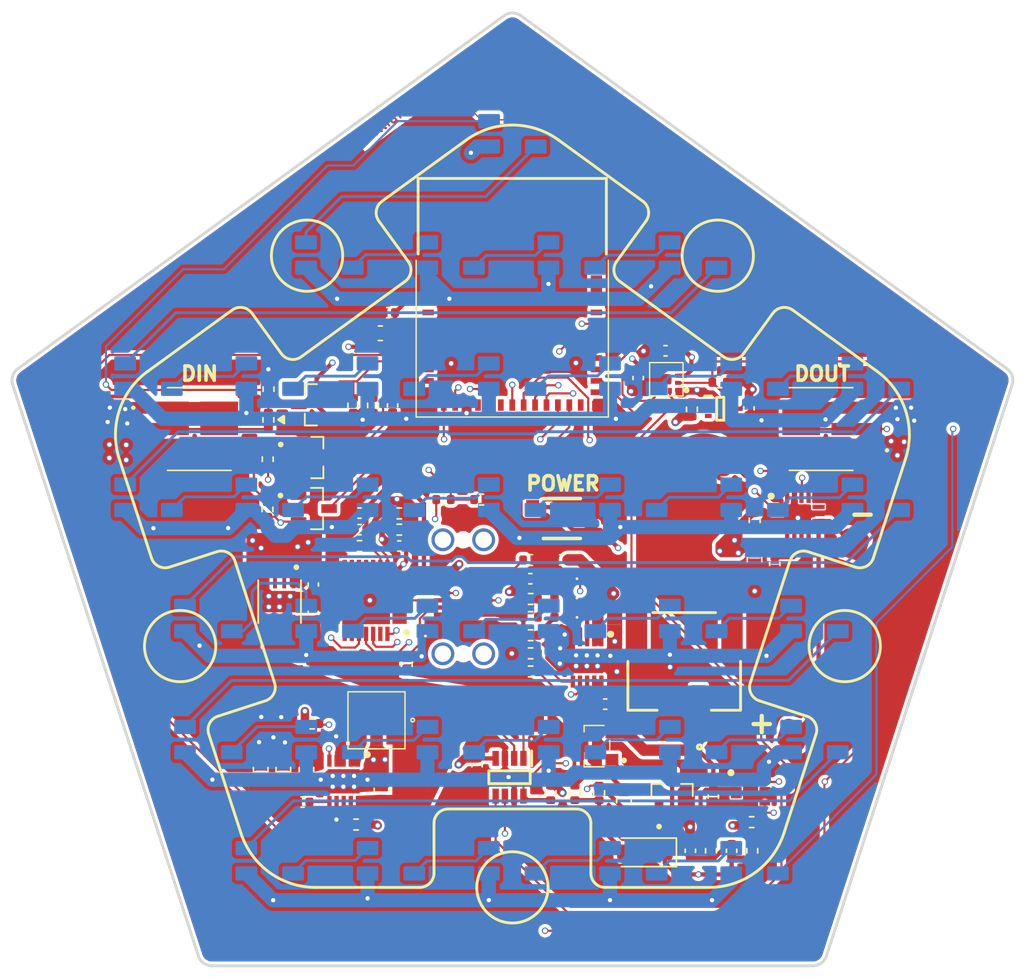
<source format=kicad_pcb>
(kicad_pcb (version 20221018) (generator pcbnew)
  (layers (0 "F.Cu" signal) (1 "In1.Cu" power) (2 "In2.Cu" power) (31 "B.Cu" signal) (34 "B.Paste" user) (35 "F.Paste" user) (36 "B.SilkS" user "B.Silkscreen") (37 "F.SilkS" user "F.Silkscreen") (38 "B.Mask" user) (39 "F.Mask" user) (44 "Edge.Cuts" user))
  (net 0 "")
  (net 1 "+3V3")
  (net 2 "+5V")
  (net 3 "VBUS")
  (net 4 "EN")
  (net 5 "CP2102_VDD")
  (net 6 "VBAT")
  (net 7 "VCELL")
  (net 8 "Net-(IC202-SS)")
  (net 9 "Net-(Q200-G)")
  (net 10 "VBAT_SW")
  (net 11 "FAST_OFF")
  (net 12 "Net-(D203-K)")
  (net 13 "Net-(D200-K)")
  (net 14 "Net-(D200-A)")
  (net 15 "Net-(D201-K)")
  (net 16 "Net-(D201-A)")
  (net 17 "Net-(D202-K)")
  (net 18 "Net-(D202-A)")
  (net 19 "Net-(D203-A)")
  (net 21 "SCL")
  (net 22 "DOUT")
  (net 26 "SDA")
  (net 27 "AMP_LRCLK")
  (net 29 "AMP_BCLK")
  (net 31 "AMP_DIN")
  (net 32 "FUEL_ALERT")
  (net 33 "POWER_ALERT")
  (net 34 "BOOST_PG")
  (net 37 "BOOST_EN")
  (net 38 "VBUS_SENSE")
  (net 41 "TXD")
  (net 42 "RXD")
  (net 49 "D+")
  (net 50 "D-")
  (net 51 "Net-(IC2-VBUS)")
  (net 52 "Net-(IC2-RSTB)")
  (net 67 "RTS")
  (net 69 "DTR")
  (net 72 "Net-(IC4-~{SD_MODE})")
  (net 75 "Net-(IC4-OUTP)")
  (net 76 "Net-(IC4-OUTN)")
  (net 79 "Net-(IC200-PROG)")
  (net 80 "Net-(IC200-THERM)")
  (net 81 "Net-(IC202-SW_1)")
  (net 83 "Net-(IC203-IN+)")
  (net 84 "Net-(IC203-IN-)")
  (net 85 "Net-(J100-Pad2)")
  (net 86 "SERIAL_OUT")
  (net 87 "Net-(J200-CC1)")
  (net 89 "Net-(J200-CC2)")
  (net 95 "Net-(Q1-G)")
  (net 96 "IO9")
  (net 97 "Net-(Q2-G)")
  (net 98 "DOUT_5V")
  (net 103 "Net-(U100-DOUT)")
  (net 104 "Net-(U101-DOUT)")
  (net 105 "Net-(U102-DOUT)")
  (net 106 "Net-(U103-DOUT)")
  (net 107 "Net-(U104-DOUT)")
  (net 108 "Net-(U105-DOUT)")
  (net 109 "Net-(U106-DOUT)")
  (net 110 "Net-(U106-DIN)")
  (net 111 "Net-(U107-DIN)")
  (net 112 "Net-(U108-DIN)")
  (net 113 "Net-(U109-DIN)")
  (net 114 "Net-(U110-DIN)")
  (net 115 "Net-(U112-DOUT)")
  (net 116 "Net-(U113-DOUT)")
  (net 117 "Net-(U114-DOUT)")
  (net 118 "Net-(U115-DOUT)")
  (net 119 "Net-(U116-DOUT)")
  (net 120 "Net-(U117-DOUT)")
  (net 121 "Net-(U118-DOUT)")
  (net 122 "Net-(U118-DIN)")
  (net 123 "Net-(U119-DIN)")
  (net 124 "Net-(U120-DIN)")
  (net 125 "Net-(U121-DIN)")
  (net 126 "Net-(U122-DIN)")
  (net 127 "Net-(U124-DOUT)")
  (net 128 "Net-(U125-DOUT)")
  (net 129 "Net-(U126-DOUT)")
  (net 130 "Net-(U127-DOUT)")
  (net 131 "Net-(U128-DOUT)")
  (net 132 "Net-(U129-DOUT)")
  (net 133 "Net-(U130-DIN)")
  (net 134 "Net-(U131-DIN)")
  (net 135 "Net-(U132-DIN)")
  (net 136 "Net-(U133-DIN)")
  (net 137 "Net-(U134-DIN)")
  (net 142 "GND")
  (footprint "Resistor_SMD:R_0402_1005Metric" (layer "F.Cu") (at 132.935 94.61 90)
    (fp_text reference "R7" hide)
    (fp_text value "10k")
  )
  (footprint "Resistor_SMD:R_0402_1005Metric" (layer "F.Cu") (at 151.39 103.4375 180)
    (fp_text reference "R201" hide)
    (fp_text value "2k")
  )
  (footprint "Resistor_SMD:R_0402_1005Metric" (layer "F.Cu") (at 162.7 87.59 -90)
    (fp_text reference "R8" hide)
    (fp_text value "5.1k")
  )
  (footprint "SamacSys_Parts:SOTFL50P160X60-6N" (layer "F.Cu") (at 164.68483 87.55)
    (fp_text reference "IC3" hide)
    (fp_text value "TMP1075NDRLR" hide)
  )
  (footprint "Capacitor_SMD:C_0402_1005Metric" (layer "F.Cu") (at 168.51 98.44 -90)
    (fp_text reference "C12" hide)
    (fp_text value "100nF")
  )
  (footprint "LEDSphere_footprints:speakerPads" (layer "F.Cu") (at 171.905059 103.746019 72.5)
    (fp_text reference "LS1" hide)
    (fp_text value "Speaker")
  )
  (footprint "Capacitor_SMD:C_0603_1608Metric" (layer "F.Cu") (at 134.05 112.855 -90)
    (fp_text reference "C207" hide)
    (fp_text value "22uF")
  )
  (footprint "Capacitor_SMD:C_0402_1005Metric" (layer "F.Cu") (at 151.37 99.4725)
    (fp_text reference "C200" hide)
    (fp_text value "4.7uF")
  )
  (footprint "Resistor_SMD:R_0402_1005Metric" (layer "F.Cu") (at 166.89 116.55 180)
    (fp_text reference "R209" hide)
    (fp_text value "10k")
  )
  (footprint "LEDSphere_footprints:batteryChg_SON50P300X300X100-11N-D" (layer "F.Cu") (at 155.35 105.24 -90)
    (fp_text reference "IC200" hide)
    (fp_text value "MCP73833T-FCI_MF" hide)
  )
  (footprint "Capacitor_SMD:C_0402_1005Metric" (layer "F.Cu") (at 165.483332 118.56 90)
    (fp_text reference "C213" hide)
    (fp_text value "1uF")
  )
  (footprint "Capacitor_SMD:C_0402_1005Metric" (layer "F.Cu") (at 164.2 114.76 -90)
    (fp_text reference "C209" hide)
    (fp_text value "100nF")
  )
  (footprint "Capacitor_SMD:C_0402_1005Metric" (layer "F.Cu") (at 153.53 98.15 180)
    (fp_text reference "C3" hide)
    (fp_text value "4.7uF")
  )
  (footprint "LEDSphere_footprints:boost_SON50P300X300X100-11N-D" (layer "F.Cu") (at 138.28 113.685 -90)
    (fp_text reference "IC202" hide)
    (fp_text value "TPS61232DRCR" hide)
  )
  (footprint "Capacitor_SMD:C_0603_1608Metric" (layer "F.Cu") (at 140.85 82.25 180)
    (fp_text reference "C1" hide)
    (fp_text value "22uF")
  )
  (footprint "LEDSphere_footprints:linearReg_SON65P300X300X63-9N" (layer "F.Cu") (at 133.785 101.08 -90)
    (fp_text reference "U200" hide)
    (fp_text value "~")
  )
  (footprint "Capacitor_SMD:C_0603_1608Metric" (layer "F.Cu") (at 132.46 112.855 -90)
    (fp_text reference "C206" hide)
    (fp_text value "22uF")
  )
  (footprint "LEDSphere_footprints:NMOS_SOT91P240X110-3N" (layer "F.Cu") (at 136.205 87.27 180)
    (fp_text reference "Q100" hide)
    (fp_text value "Q_NMOS_GSD")
  )
  (footprint "Resistor_SMD:R_0402_1005Metric" (layer "F.Cu") (at 147.94 93.92 180)
    (fp_text reference "R204" hide)
    (fp_text value "10k")
  )
  (footprint "SamacSys_Parts:874370343" (layer "F.Cu") (at 128.15 88.97 -90)
    (fp_text reference "J100" hide)
    (fp_text value "87437-0343" hide)
  )
  (footprint "Resistor_SMD:R_0402_1005Metric" (layer "F.Cu") (at 139.15 116.72)
    (fp_text reference "R213" hide)
    (fp_text value "10k")
  )
  (footprint "Resistor_SMD:R_0402_1005Metric" (layer "F.Cu") (at 139.39 97.18)
    (fp_text reference "R2" hide)
    (fp_text value "1k")
  )
  (footprint "Capacitor_SMD:C_0402_1005Metric" (layer "F.Cu") (at 166.7 87.52 -90)
    (fp_text reference "C8" hide)
    (fp_text value "100nF")
  )
  (footprint "Resistor_SMD:R_0402_1005Metric" (layer "F.Cu") (at 167.1 95.37 90)
    (fp_text reference "R6" hide)
    (fp_text value "634k")
  )
  (footprint "Resistor_SMD:R_0402_1005Metric" (layer "F.Cu") (at 142.18 96.03 180)
    (fp_text reference "R3" hide)
    (fp_text value "22.1k")
  )
  (footprint "LEDSphere_footprints:NMOS_SOT91P240X110-3N" (layer "F.Cu") (at 136.185 94.55)
    (fp_text reference "Q1" hide)
    (fp_text value "Q_NMOS_GSD")
  )
  (footprint "Capacitor_SMD:C_0603_1608Metric" (layer "F.Cu") (at 140.93 114.315 90)
    (fp_text reference "C205" hide)
    (fp_text value "22uF")
  )
  (footprint "Capacitor_SMD:C_0402_1005Metric" (layer "F.Cu") (at 139.39 94.87 180)
    (fp_text reference "C6" hide)
    (fp_text value "4.7uF")
  )
  (footprint "LEDSphere_footprints:SSM3J332RLFT" (layer "F.Cu") (at 156.04 111.22 90)
    (fp_text reference "Q200" hide)
    (fp_text value "Q_PMOS_GSD" hide)
  )
  (footprint "Resistor_SMD:R_0402_1005Metric" (layer "F.Cu") (at 152.79 114.5 90)
    (fp_text reference "R211" hide)
    (fp_text value "10k")
  )
  (footprint "Resistor_SMD:R_0402_1005Metric" (layer "F.Cu") (at 132.955 91.09 -90)
    (fp_text reference "R5" hide)
    (fp_text value "10k")
  )
  (footprint "Capacitor_SMD:C_0402_1005Metric" (layer "F.Cu") (at 160.85 83.48 180)
    (fp_text reference "C9" hide)
    (fp_text value "100nF")
  )
  (footprint "LED_SMD:LED_0402_1005Metric" (layer "F.Cu") (at 153.55 100.8275 180)
    (fp_text reference "D201" hide)
    (fp_text value "Amber")
  )
  (footprint "Capacitor_SMD:C_0402_1005Metric" (layer "F.Cu") (at 147.63 112.56 -90)
    (fp_text reference "C204" hide)
    (fp_text value "100nF")
  )
  (footprint "Capacitor_SMD:C_0402_1005Metric" (layer "F.Cu") (at 136.15 99.88 -90)
    (fp_text reference "C202" hide)
    (fp_text value "4.7uF")
  )
  (footprint "Capacitor_SMD:C_0402_1005Metric" (layer "F.Cu") (at 141.71 87.31 90)
    (fp_text reference "C5" hide)
    (fp_text value "1uF")
  )
  (footprint "LOGO" (layer "F.Cu") (at 162.8 90.99)
    (fp_text reference "G***" hide)
    (fp_text value "LOGO" hide)
  )
  (footprint "Resistor_SMD:R_0402_1005Metric" (layer "F.Cu") (at 154.49 114.5 90)
    (fp_text reference "R216" hide)
    (fp_text value "100k")
  )
  (footprint "Capacitor_SMD:C_0603_1608Metric" (layer "F.Cu") (at 157.93 115.05 -90)
    (fp_text reference "C212" hide)
    (fp_text value "10uF")
  )
  (footprint "LEDSphere_footprints:shunt_LVK12R020DER" (layer "F.Cu") (at 150.075 108.96 180)
    (fp_text reference "R212" hide)
    (fp_text value "20m" hide)
  )
  (footprint "Capacitor_SMD:C_0402_1005Metric" (layer "F.Cu") (at 139.39 96.03 180)
    (fp_text reference "C7" hide)
    (fp_text value "100nF")
  )
  (footprint "Resistor_SMD:R_0402_1005Metric" (layer "F.Cu") (at 164.64 85.69)
    (fp_text reference "R9" hide)
    (fp_text value "5.1k")
  )
  (footprint "SamacSys_Parts:SON50P200X200X80-9N-D" (layer "F.Cu") (at 166.81 114.48)
    (fp_text reference "IC201" hide)
    (fp_text value "MAX17048G+T10" hide)
  )
  (footprint "Resistor_SMD:R_0402_1005Metric" (layer "F.Cu") (at 142.18 94.89)
    (fp_text reference "R4" hide)
    (fp_text value "47.5k")
  )
  (footprint "Capacitor_SMD:C_0402_1005Metric" (layer "F.Cu") (at 158.93 85.39 -90)
    (fp_text reference "C10" hide)
    (fp_text value "100nF")
  )
  (footprint "LEDSphere_footprints:BOSCH_LGA-12" (layer "F.Cu") (at 160.90483 85.48 180)
    (fp_text reference "U1" hide)
    (fp_text value "~" hide)
  )
  (footprint "LEDSphere_footprints:NMOS_SOT91P240X110-3N" (layer "F.Cu") (at 161.31 114.52 90)
    (fp_text reference "Q201" hide)
    (fp_text value "Q_NMOS_GSD")
  )
  (footprint "Resistor_SMD:R_0402_1005Metric" (layer "F.Cu") (at 151.39 104.71)
    (fp_text reference "R206" hide)
    (fp_text value "2k")
  )
  (footprint "SamacSys_Parts:ESP32C3MINI1H4" (layer "F.Cu") (at 150.1 82.39)
    (fp_text reference "IC1" hide)
    (fp_text value "ESP32-C3-MINI-1-H4" hide)
  )
  (footprint "Resistor_SMD:R_0402_1005Metric" (layer "F.Cu") (at 138.96 87.31 90)
    (fp_text reference "R101" hide)
    (fp_text value "10k")
  )
  (footprint "Resistor_SMD:R_0402_1005Metric" (layer "F.Cu") (at 166.93 118.56 90)
    (fp_text reference "R215" hide)
    (fp_text value "10k")
  )
  (footprint "LEDSphere_footprints:cp2102_QFN50P500X500X80-29N-D" (layer "F.Cu") (at 139.85 100.99 180)
    (fp_text reference "IC2" hide)
    (fp_text value "CP2102N-A02-GQFN28" hide)
  )
  (footprint "Capacitor_SMD:C_0402_1005Metric" (layer "F.Cu") (at 135.4 115.14 180)
    (fp_text reference "C210" hide)
    (fp_text value "10nF")
  )
  (footprint "LEDSphere_footprints:NMOS_SOT91P240X110-3N" (layer "F.Cu") (at 136.205 90.97)
    (fp_text reference "Q2" hide)
    (fp_text value "Q_NMOS_GSD")
  )
  (footprint "Resistor_SMD:R_0402_1005Metric" (layer "F.Cu") (at 156.19 114.5 90)
    (fp_text reference "R217" hide)
    (fp_text value "300k")
  )
  (footprint "Resistor_SMD:R_0402_1005Metric" (layer "F.Cu") (at 136.07 109.63 180)
    (fp_text reference "R210" hide)
    (fp_text value "10k")
  )
  (footprint "LEDSphere_footprints:1769" (layer "F.Cu") (at 162.16 108.698 180)
    (fp_text reference "J201" hide)
    (fp_text value "1769" hide)
  )
  (footprint "Capacitor_SMD:C_0603_1608Metric" (layer "F.Cu") (at 135.67 112.855 -90)
    (fp_text reference "C208" hide)
    (fp_text value "22uF")
  )
  (footprint "LEDSphere_footprints:vertical_USB4145030230C" (layer "F.Cu") (at 146.665 100.74 90)
    (fp_text reference "J200" hide)
    (fp_text value "USB4145-03-0230-C" hide)
  )
  (footprint "Capacitor_SMD:C_0402_1005Metric" (layer "F.Cu") (at 141.4 80.8 180)
    (fp_text reference "C2" hide)
    (fp_text value "100nF")
  )
  (footprint "LED_SMD:LED_0402_1005Metric" (layer "F.Cu") (at 153.55 99.4725 180)
    (fp_text reference "D202" hide)
    (fp_text value "Blue")
  )
  (footprint "Resistor_SMD:R_0402_1005Metric" (layer "F.Cu") (at 151.39 100.8925 180)
    (fp_text reference "R200" hide)
    (fp_text value "2k")
  )
  (footprint "Resistor_SMD:R_0402_1005Metric" (layer "F.Cu") (at 145.28 93.92 180)
    (fp_text reference "R203" hide)
    (fp_text value "5.1k")
  )
  (footprint "LEDSphere_footprints:boostInductor_XFL4020" (layer "F.Cu") (at 140.58 109.405 180)
    (fp_text reference "L200" hide)
    (fp_text value "1uH" hide)
  )
  (footprint "Resistor_SMD:R_0402_1005Metric" (layer "F.Cu") (at 140.34 87.31 90)
    (fp_text reference "R1" hide)
    (fp_text value "10k")
  )
  (footprint "Resistor_SMD:R_0402_1005Metric" (layer "F.Cu") (at 142.7 105.47 90)
    (fp_text reference "R208" hide)
    (fp_text value "5.1k")
  )
  (footprint "Capacitor_SMD:C_0402_1005Metric" (layer "F.Cu") (at 142.18 97.18 180)
    (fp_text reference "C4" hide)
    (fp_text value "100nF")
  )
  (footprint "LEDSphere_footprints:button_KMR_2" (layer "F.Cu") (at 153.58 95.25)
    (fp_text reference "SW1" hide)
    (fp_text value "~" hide)
  )
  (footprint "Resistor_SMD:R_0402_1005Metric" (layer "F.Cu") (at 164.036666 118.56 90)
    (fp_text reference "R214" hide)
    (fp_text value "100k")
  )
  (footprint "Capacitor_SMD:C_0402_1005Metric" (layer "F.Cu") (at 162.59 118.56 -90)
    (fp_text reference "C211" hide)
    (fp_text value "100nF")
  )
  (footprint "Resistor_SMD:R_0402_1005Metric" (layer "F.Cu") (at 151.39 102.165 180)
    (fp_text reference "R202" hide)
    (fp_text value "2k")
  )
  (footprint "SamacSys_Parts:SOP65P280X110-8N" (layer "F.Cu") (at 149.91 113.4 -90)
    (fp_text reference "IC203" hide)
    (fp_text value "INA236AIDDFR" hide)
  )
  (footprint "Capacitor_SMD:C_0402_1005Metric" (layer "F.Cu") (at 136.15 101.87 90)
    (fp_text reference "C201" hide)
    (fp_text value "4.7uF")
  )
  (footprint "Resistor_SMD:R_0402_1005Metric" (layer "F.Cu") (at 133.01 86.17 -90)
    (fp_text reference "R102" hide)
    (fp_text value "10k")
  )
  (footprint "Resistor_SMD:R_0402_1005Metric" (layer "F.Cu") (at 151.39 105.9825)
    (fp_text reference "R205" hide)
    (fp_text value "10k")
  )
  (footprint "Capacitor_SMD:C_0603_1608Metric" (layer "F.Cu") (at 167.09 98.13 -90)
    (fp_text reference "C11" hide)
    (fp_text value "10uF")
  )
  (footprint "SamacSys_Parts:874370343" (layer "F.Cu") (at 171.76 88.97 90)
    (fp_text reference "J101" hide)
    (fp_text value "87437-0343" hide)
  )
  (footprint "SamacSys_Parts:QFN50P300X300X80-17N" (layer "F.Cu") (at 170.13 95.18)
    (fp_text reference "IC4" hide)
    (fp_text value "MAX98357AETE+T" hide)
  )
  (footprint "Capacitor_SMD:C_0402_1005Metric" (layer "F.Cu") (at 156.62 108.27)
    (fp_text reference "C203" hide)
    (fp_text value "4.7uF")
  )
  (footprint "LOGO" (layer "F.Cu") (at 150 64.57)
    (fp_text reference "G***" hide)
    (fp_text value "LOGO" hide)
  )
  (footprint "LED_SMD:LED_0402_1005Metric" (layer "F.Cu") (at 153.55 102.1825 180)
    (fp_text reference "D200" hide)
    (fp_text value "Green")
  )
  (footprint "Resistor_SMD:R_0402_1005Metric" (layer "F.Cu") (at 133 88.33 -90)
    (fp_text reference "R100" hide)
    (fp_text value "0")
  )
  (footprint "Resistor_SMD:R_0402_1005Metric" (layer "F.Cu") (at 151.37 98.16 180)
    (fp_text reference "R207" hide)
    (fp_text value "5.1k")
  )
  (footprint "Diode_SMD:D_SOD-123F" (layer "F.Cu") (at 159.4 118.67 180)
    (fp_text reference "D203" hide)
    (fp_text value "D_Small")
  )
  (footprint "LEDSphere_footprints:WS2812-W-MINI" (layer "B.Cu") (at 160.23 118.37 180)
    (fp_text reference "U131" hide)
    (fp_text value "~")
  )
  (footprint "LEDSphere_footprints:WS2812-W-MINI" (layer "B.Cu") (at 134.73 118.37 180)
    (fp_text reference "U134" hide)
    (fp_text value "~")
  )
  (footprint "LEDSphere_footprints:WS2812-W-MINI" (layer "B.Cu") (at 160.23 92.87 180)
    (fp_text reference "U116" hide)
    (fp_text value "~")
  )
  (footprint "LEDSphere_footprints:WS2812-W-MINI" (layer "B.Cu") (at 155.915 75.87 180)
    (fp_text reference "U103" hide)
    (fp_text value "~")
  )
  (footprint "LEDSphere_footprints:WS2812-W-MINI" (layer "B.Cu") (at 164.4285 109.87 180)
    (fp_text reference "U129" hide)
    (fp_text value "~")
  )
  (footprint "LEDSphere_footprints:WS2812-W-MINI" (layer "B.Cu") (at 151.73 118.37 180)
    (fp_text reference "U132" hide)
    (fp_text value "~")
  )
  (footprint "LEDSphere_footprints:WS2812-W-MINI" (layer "B.Cu") (at 130.4285 109.87 180)
    (fp_text reference "U125" hide)
    (fp_text value "~")
  )
  (footprint "LEDSphere_footprints:WS2812-W-MINI" (layer "B.Cu") (at 134.73 92.87 180)
    (fp_text reference "U113" hide)
    (fp_text value "~")
  )
  (footprint "LEDSphere_footprints:WS2812-W-MINI" (layer "B.Cu") (at 126.23 84.37 180)
    (fp_text reference "U105" hide)
    (fp_text value "~")
  )
  (footprint "LEDSphere_footprints:WS2812-W-MINI" (layer "B.Cu") (at 160.23 84.37 180)
    (fp_text reference "U108" hide)
    (fp_text value "~")
  )
  (footprint "LEDSphere_footprints:WS2812-W-MINI" (layer "B.Cu") (at 151.73 84.37 180)
    (fp_text reference "U109" hide)
    (fp_text value "~")
  )
  (footprint "LEDSphere_footprints:WS2812-W-MINI" (layer "B.Cu") (at 134.73 84.37 180)
    (fp_text reference "U111" hide)
    (fp_text value "~")
  )
  (footprint "LEDSphere_footprints:WS2812-W-MINI" (layer "B.Cu") (at 147.4285 109.87 180)
    (fp_text reference "U127" hide)
    (fp_text value "~")
  )
  (footprint "LEDSphere_footprints:WS2812-W-MINI" (layer "B.Cu") (at 168.73 118.37 180)
    (fp_text reference "U130" hide)
    (fp_text value "~")
  )
  (footprint "LEDSphere_footprints:WS2812-W-MINI" (layer "B.Cu") (at 147.4285 101.37 180)
    (fp_text reference "U120" hide)
    (fp_text value "~")
  )
  (footprint "LEDSphere_footprints:WS2812-W-MINI" (layer "B.Cu") (at 155.9285 101.37 180)
    (fp_text reference "U119" hide)
    (fp_text value "~")
  )
  (footprint "LEDSphere_footprints:WS2812-W-MINI" (layer "B.Cu") (at 138.915 75.87 180)
    (fp_text reference "U101" hide)
    (fp_text value "~")
  )
  (footprint "LEDSphere_footprints:WS2812-W-MINI" (layer "B.Cu") (at 172.9285 109.87 180)
    (fp_text reference "U135" hide)
    (fp_text value "~")
  )
  (footprint "LEDSphere_footprints:WS2812-W-MINI" (layer "B.Cu") (at 126.23 92.87 180)
    (fp_text reference "U112" hide)
    (fp_text value "~")
  )
  (footprint "LEDSphere_footprints:WS2812-W-MINI" (layer "B.Cu") (at 130.4285 101.37 180)
    (fp_text reference "U122" hide)
    (fp_text value "~")
  )
  (footprint "LEDSphere_footprints:WS2812-W-MINI" (layer "B.Cu") (at 168.73 92.87 180)
    (fp_text reference "U117" hide)
    (fp_text value "~")
  )
  (footprint "LEDSphere_footprints:WS2812-W-MINI" (layer "B.Cu") (at 164.415 75.87 180)
    (fp_text reference "U104" hide)
    (fp_text value "~")
  )
  (footprint "LEDSphere_footprints:WS2812-W-MINI" (layer "B.Cu") (at 143.23 84.37 180)
    (fp_text reference "U110" hide)
    (fp_text value "~")
  )
  (footprint "LEDSphere_footprints:WS2812-W-MINI" (layer "B.Cu") (at 147.415 75.87 180)
    (fp_text reference "U102" hide)
    (fp_text value "~")
  )
  (footprint "LEDSphere_footprints:WS2812-W-MINI" (layer "B.Cu") (at 177.23 84.37 180)
    (fp_text reference "U106" hide)
    (fp_text value "~")
  )
  (footprint "LEDSphere_footprints:WS2812-W-MINI" (layer "B.Cu") (at 172.9285 101.37 180)
    (fp_text reference "U124" hide)
    (fp_text value "~")
  )
  (footprint "LEDSphere_footprints:WS2812-W-MINI" (layer "B.Cu") (at 143.23 118.37 180)
    (fp_text reference "U133" hide)
    (fp_text value "~")
  )
  (footprint "LEDSphere_footprints:WS2812-W-MINI" (layer "B.Cu") (at 177.23 92.87 180)
    (fp_text reference "U123" hide)
    (fp_text value "~")
  )
  (footprint "LEDSphere_footprints:WS2812-W-MINI" (layer "B.Cu") (at 155.9285 109.87 180)
    (fp_text reference "U128" hide)
    (fp_text value "~")
  )
  (footprint "LEDSphere_footprints:WS2812-W-MINI" (layer "B.Cu") (at 164.4285 101.37 180)
    (fp_text reference "U118" hide)
    (fp_text value "~")
  )
  (footprint "LEDSphere_footprints:WS2812-W-MINI" (layer "B.Cu") (at 138.9285 101.37 180)
    (fp_text reference "U121" hide)
    (fp_text value "~")
  )
  (footprint "LEDSphere_footprints:WS2812-W-MINI" (layer "B.Cu") (at 151.75 67.37 180)
    (fp_text reference "U100" hide)
    (fp_text value "~")
  )
  (footprint "LEDSphere_footprints:WS2812-W-MINI" (layer "B.Cu") (at 151.73 92.87 180)
    (fp_text reference "U115" hide)
    (fp_text value "~")
  )
  (footprint "LEDSphere_footprints:WS2812-W-MINI" (layer "B.Cu") (at 143.23 92.87 180)
    (fp_text reference "U114" hide)
    (fp_text value "~")
  )
  (footprint "LEDSphere_footprints:WS2812-W-MINI" (layer "B.Cu") (at 138.9285 109.87 180)
    (fp_text reference "U126" hide)
    (fp_text value "~")
  )
  (footprint "LEDSphere_footprints:WS2812-W-MINI" (layer "B.Cu") (at 168.73 84.37 180)
    (fp_text reference "U107" hide)
    (fp_text value "~")
  )
  (gr_line (start 130.651951 98.219566) (end 133.433104 106.779074) (stroke (width 0.2)) (layer "F.SilkS"))
  (gr_arc (start 144.612601 116.627997) (mid 144.905494 115.920891) (end 145.612601 115.627997) (stroke (width 0.2)) (layer "F.SilkS"))
  (gr_line (start 144.612601 120.127997) (end 144.612601 116.627997) (stroke (width 0.2)) (layer "F.SilkS"))
  (gr_arc (start 169.573251 98.219566) (mid 170.070318 97.637579) (end 170.833325 97.577526) (stroke (width 0.2)) (layer "F.SilkS"))
  (gr_arc (start 169.14772 117.32759) (mid 167.149728 120.07759) (end 163.916909 121.127997) (stroke (width 0.2)) (layer "F.SilkS"))
  (gr_line (start 170.833325 97.577526) (end 174.162023 98.659086) (stroke (width 0.2)) (layer "F.SilkS"))
  (gr_arc (start 140.749241 74.383279) (mid 140.57057 73.639059) (end 140.970473 72.986476) (stroke (width 0.2)) (layer "F.SilkS"))
  (gr_line (start 157.418713 77.214838) (end 159.475961 74.383279) (stroke (width 0.2)) (layer "F.SilkS"))
  (gr_arc (start 166.3179 83.680476) (mid 165.665318 84.080382) (end 164.921097 83.901708) (stroke (width 0.2)) (layer "F.SilkS"))
  (gr_line (start 170.762836 109.120707) (end 167.434138 108.039148) (stroke (width 0.2)) (layer "F.SilkS"))
  (gr_poly (pts (xy 133.73 88.31) (xy 134.08 88.08) (xy 134.08 88.53)) (stroke (width 0.2)) (fill solid) (layer "F.SilkS"))
  (gr_line (start 164.921097 83.901708) (end 157.639944 78.61164) (stroke (width 0.2)) (layer "F.SilkS"))
  (gr_arc (start 175.422096 98.017046) (mid 174.925024 98.599024) (end 174.162023 98.659086) (stroke (width 0.2)) (layer "F.SilkS"))
  (gr_arc (start 133.433104 106.779074) (mid 133.373054 107.542082) (end 132.791064 108.039148) (stroke (width 0.2)) (layer "F.SilkS"))
  (gr_arc (start 135.304105 83.901708) (mid 134.559885 84.080379) (end 133.907302 83.680476) (stroke (width 0.2)) (layer "F.SilkS"))
  (gr_arc (start 170.762836 109.120707) (mid 171.344825 109.617773) (end 171.404875 110.380781) (stroke (width 0.2)) (layer "F.SilkS"))
  (gr_arc (start 122.545951 91.070236) (mid 122.545951 87.671049) (end 124.543943 84.921049) (stroke (width 0.2)) (layer "F.SilkS"))
  (gr_arc (start 168.375148 80.848917) (mid 169.02773 80.449012) (end 169.77195 80.627685) (stroke (width 0.2)) (layer "F.SilkS"))
  (gr_arc (start 159.254729 72.986476) (mid 159.654631 73.639059) (end 159.475961 74.383279) (stroke (width 0.2)) (layer "F.SilkS"))
  (gr_line (start 175.681259 84.921049) (end 169.77195 80.627685) (stroke (width 0.2)) (layer "F.SilkS"))
  (gr_arc (start 175.681259 84.921049) (mid 177.679251 87.671049) (end 177.679251 91.070236) (stroke (width 0.2)) (layer "F.SilkS"))
  (gr_line (start 142.585258 78.61164) (end 135.304105 83.901708) (stroke (width 0.2)) (layer "F.SilkS"))
  (gr_line (start 133.907302 83.680476) (end 131.850054 80.848917) (stroke (width 0.2)) (layer "F.SilkS"))
  (gr_arc (start 136.308293 121.127997) (mid 133.075474 120.07759) (end 131.077482 117.32759) (stroke (width 0.2)) (layer "F.SilkS"))
  (gr_line (start 169.14772 117.32759) (end 171.404875 110.380781) (stroke (width 0.2)) (layer "F.SilkS"))
  (gr_arc (start 146.879782 68.693112) (mid 150.112601 67.642705) (end 153.34542 68.693112) (stroke (width 0.2)) (layer "F.SilkS"))
  (gr_line (start 168.375148 80.848917) (end 166.3179 83.680476) (stroke (width 0.2)) (layer "F.SilkS"))
  (gr_arc (start 142.806489 77.214838) (mid 142.985161 77.959057) (end 142.585258 78.61164) (stroke (width 0.2)) (layer "F.SilkS"))
  (gr_line (start 145.612601 115.627997) (end 154.612601 115.627997) (stroke (width 0.2)) (layer "F.SilkS"))
  (gr_line (start 122.545951 91.070236) (end 124.803106 98.017046) (stroke (width 0.2)) (layer "F.SilkS"))
  (gr_line (start 156.612601 121.127997) (end 163.916909 121.127997) (stroke (width 0.2)) (layer "F.SilkS"))
  (gr_line (start 136.308293 121.127997) (end 143.612601 121.127997) (stroke (width 0.2)) (layer "F.SilkS"))
  (gr_arc (start 130.453252 80.627685) (mid 131.197472 80.449013) (end 131.850054 80.848917) (stroke (width 0.2)) (layer "F.SilkS"))
  (gr_line (start 132.791064 108.039148) (end 129.462366 109.120707) (stroke (width 0.2)) (layer "F.SilkS"))
  (gr_arc (start 157.639944 78.61164) (mid 157.240042 77.959058) (end 157.418713 77.214838) (stroke (width 0.2)) (layer "F.SilkS"))
  (gr_arc (start 167.434138 108.039148) (mid 166.852158 107.542077) (end 166.792098 106.779074) (stroke (width 0.2)) (layer "F.SilkS"))
  (gr_line (start 175.422096 98.017046) (end 177.679251 91.070236) (stroke (width 0.2)) (layer "F.SilkS"))
  (gr_arc (start 126.063179 98.659086) (mid 125.300172 98.599036) (end 124.803106 98.017046) (stroke (width 0.2)) (layer "F.SilkS"))
  (gr_circle (center 173.413486 104.198913) (end 175.913486 104.198913) (stroke (width 0.2)) (fill none) (layer "F.SilkS"))
  (gr_line (start 155.612601 116.627997) (end 155.612601 120.127997) (stroke (width 0.2)) (layer "F.SilkS"))
  (gr_arc (start 129.391877 97.577526) (mid 130.154885 97.637576) (end 130.651951 98.219566) (stroke (width 0.2)) (layer "F.SilkS"))
  (gr_line (start 126.063179 98.659086) (end 129.391877 97.577526) (stroke (width 0.2)) (layer "F.SilkS"))
  (gr_arc (start 156.612601 121.127997) (mid 155.905495 120.835104) (end 155.612601 120.127997) (stroke (width 0.2)) (layer "F.SilkS"))
  (gr_circle (center 135.711862 76.807081) (end 138.211862 76.807081) (stroke (width 0.2)) (fill none) (layer "F.SilkS"))
  (gr_line (start 130.453252 80.627685) (end 124.543943 84.921049) (stroke (width 0.2)) (layer "F.SilkS"))
  (gr_circle (center 150.112601 121.127997) (end 152.612601 121.127997) (stroke (width 0.2)) (fill none) (layer "F.SilkS"))
  (gr_arc (start 144.612601 120.127997) (mid 144.319708 120.835103) (end 143.612601 121.127997) (stroke (width 0.2)) (layer "F.SilkS"))
  (gr_arc (start 154.612601 115.627997) (mid 155.319707 115.92089) (end 155.612601 116.627997) (stroke (width 0.2)) (layer "F.SilkS"))
  (gr_line (start 146.879782 68.693112) (end 140.970473 72.986476) (stroke (width 0.2)) (layer "F.SilkS"))
  (gr_line (start 128.820327 110.380781) (end 131.077482 117.32759) (stroke (width 0.2)) (layer "F.SilkS"))
  (gr_circle (center 164.51334 76.807081) (end 167.01334 76.807081) (stroke (width 0.2)) (fill none) (layer "F.SilkS"))
  (gr_arc (start 128.820327 110.380781) (mid 128.880377 109.617774) (end 129.462366 109.120707) (stroke (width 0.2)) (layer "F.SilkS"))
  (gr_line (start 140.749241 74.383279) (end 142.806489 77.214838) (stroke (width 0.2)) (layer "F.SilkS"))
  (gr_line (start 166.792098 106.779074) (end 169.573251 98.219566) (stroke (width 0.2)) (layer "F.SilkS"))
  (gr_line (start 159.254729 72.986476) (end 153.34542 68.693112) (stroke (width 0.2)) (layer "F.SilkS"))
  (gr_circle (center 126.811716 104.198913) (end 129.311716 104.198913) (stroke (width 0.2)) (fill none) (layer "F.SilkS"))
  (gr_arc (start 115.07 85.86) (mid 115.07 85.241966) (end 115.433271 84.741966) (stroke (width 0.2)) (layer "Edge.Cuts"))
  (gr_line (start 172.133391 125.937014) (end 185.155202 85.86) (stroke (width 0.2)) (layer "Edge.Cuts"))
  (gr_arc (start 129.042868 126.627997) (mid 128.455082 126.437014) (end 128.091811 125.937014) (stroke (width 0.2)) (layer "Edge.Cuts"))
  (gr_line (start 149.524816 59.973009) (end 115.433271 84.741966) (stroke (width 0.2)) (layer "Edge.Cuts"))
  (gr_line (start 115.07 85.86) (end 128.091811 125.937014) (stroke (width 0.2)) (layer "Edge.Cuts"))
  (gr_arc (start 172.133391 125.937014) (mid 171.770123 126.437027) (end 171.182334 126.627997) (stroke (width 0.2)) (layer "Edge.Cuts"))
  (gr_arc (start 184.791931 84.741966) (mid 185.155193 85.241969) (end 185.155202 85.86) (stroke (width 0.2)) (layer "Edge.Cuts"))
  (gr_arc (start 149.524816 59.973009) (mid 150.112601 59.782026) (end 150.700386 59.973009) (stroke (width 0.2)) (layer "Edge.Cuts"))
  (gr_line (start 129.042868 126.627997) (end 171.182334 126.627997) (stroke (width 0.2)) (layer "Edge.Cuts"))
  (gr_line (start 184.791931 84.741966) (end 150.700386 59.973009) (stroke (width 0.2)) (layer "Edge.Cuts"))
  (gr_text "William Heuer" (at 139.83 69.01 36) (layer "F.Cu") (effects (font (size 0.7 0.7) (thickness 0.125)) (justify left bottom)))
  (gr_text "LED Dodecahedron \nV1.0 March 2024" (at 157.35 68.07 324) (layer "F.Cu") (effects (font (size 0.7 0.7) (thickness 0.125)) (justify bottom)))
  (gr_text "DIN" (at 126.75 85.68) (layer "F.SilkS") (effects (font (size 1 1) (thickness 0.25) bold) (justify left bottom)))
  (gr_text "-" (at 173.54 95.75) (layer "F.SilkS") (effects (font (size 1.5 1.5) (thickness 0.3) bold) (justify left bottom)))
  (gr_text "+" (at 166.47 110.44) (layer "F.SilkS") (effects (font (size 1.5 1.5) (thickness 0.3) bold) (justify left bottom)))
  (gr_text "POWER" (at 150.95 93.38) (layer "F.SilkS") (effects (font (size 1 1) (thickness 0.25) bold) (justify left bottom)))
  (gr_text "DOUT" (at 171.84 85.68) (layer "F.SilkS") (effects (font (size 1 1) (thickness 0.25) bold) (justify bottom)))
  (segment (start 158.93 84.4536) (end 158.93 84.91) (width 0.3) (layer "F.Cu") (net 1))
  (segment (start 162.66 83.97) (end 162.66 84.83483) (width 0.3) (layer "F.Cu") (net 1))
  (segment (start 167.09 97.355) (end 166.265 97.355) (width 0.59) (layer "F.Cu") (net 1))
  (segment (start 170.88 96.905) (end 170.38 97.405) (width 0.3) (layer "F.Cu") (net 1))
  (segment (start 165.005043 97.18) (end 165.95 97.18) (width 0.59) (layer "F.Cu") (net 1))
  (segment (start 147.63 112.08) (end 146.76 112.08) (width 0.59) (layer "F.Cu") (net 1))
  (segment (start 162.66 83.97) (end 162.17 83.48) (width 0.3) (layer "F.Cu") (net 1))
  (segment (start 162.6932 83.9368) (end 162.66 83.97) (width 0.3) (layer "F.Cu") (net 1))
  (segment (start 135.04 99.41) (end 136.14 99.41) (width 0.3) (layer "F.Cu") (net 1))
  (segment (start 140.6055 116.72) (end 140.67 116.7845) (width 0.59) (layer "F.Cu") (net 1))
  (segment (start 137.275 88.185) (end 136.38 87.29) (width 0.3) (layer "F.Cu") (net 1))
  (segment (start 166.7 87.04) (end 166.7 86.44) (width 0.59) (layer "F.Cu") (net 1))
  (segment (start 159.83 86.99) (end 158.28 86.99) (width 0.15) (layer "F.Cu") (net 1))
  (segment (start 162.6932 83.9368) (end 162.2364 83.48) (width 0.3) (layer "F.Cu") (net 1))
  (segment (start 166.7 86.44) (end 166.95 86.19) (width 0.59) (layer "F.Cu") (net 1))
  (segment (start 152.79 113.99) (end 153.1155 113.99) (width 0.59) (layer "F.Cu") (net 1))
  (segment (start 147.63 112.08) (end 148.93 112.08) (width 0.3) (layer "F.Cu") (net 1))
  (segment (start 164.650543 97.5345) (end 165.705043 96.48) (width 0.59) (layer "F.Cu") (net 1))
  (segment (start 166.38 116.55) (end 166.155 116.775) (width 0.59) (layer "F.Cu") (net 1))
  (segment (start 139.32 87.82) (end 140.34 86.8) (width 0.3) (layer "F.Cu") (net 1))
  (segment (start 162.26483 85.23) (end 162.66 84.83483) (width 0.3) (layer "F.Cu") (net 1))
  (segment (start 161.33 83.48) (end 162.17 83.48) (width 0.3) (layer "F.Cu") (net 1))
  (segment (start 159.11 84.73) (end 158.93 84.91) (width 0.3) (layer "F.Cu") (net 1))
  (segment (start 162.2364 83.48) (end 161.33 83.48) (width 0.3) (layer "F.Cu") (net 1))
  (segment (start 138.62 83.2) (end 140.675 83.2) (width 0.3) (layer "F.Cu") (net 1))
  (segment (start 153.1155 113.99) (end 153.62 114.4945) (width 0.59) (layer "F.Cu") (net 1))
  (segment (start 157.83 85.13) (end 158.05 84.91) (width 0.15) (layer "F.Cu") (net 1))
  (segment (start 166.657034 87.04) (end 166.7 87.04) (width 0.3) (layer "F.Cu") (net 1))
  (segment (start 165.95 97.67) (end 165.95 97.18) (width 0.59) (layer "F.Cu") (net 1))
  (segment (start 157.83 86.54) (end 157.83 85.13) (width 0.15) (layer "F.Cu") (net 1))
  (segment (start 141.88 81.995) (end 141.625 82.25) (width 0.3) (layer "F.Cu") (net 1))
  (segment (start 158.05 84.91) (end 158.93 84.91) (width 0.15) (layer "F.Cu") (net 1))
  (segment (start 170.88 96.63) (end 170.88 96.905) (width 0.3) (layer "F.Cu") (net 1))
  (segment (start 166.45 85.69) (end 166.95 86.19) (width 0.59) (layer "F.Cu") (net 1))
  (segment (start 165.95 97.18) (end 165.95 96.48) (width 0.59) (layer "F.Cu") (net 1))
  (segment (start 165.52283 87.55) (end 166.147034 87.55) (width 0.3) (layer "F.Cu") (net 1))
  (segment (start 164.650543 97.5345) (end 164.650543 97.118502) (width 0.59) (layer "F.Cu") (net 1))
  (segment (start 136.38 87.29) (end 136.38 85.43) (width 0.3) (layer "F.Cu") (net 1))
  (segment (start 164.650543 97.5345) (end 164.786043 97.67) (width 0.59) (layer "F.Cu") (net 1))
  (segment (start 166.909045 94.86) (end 167.1 94.86) (width 0.59) (layer "F.Cu") (net 1))
  (segment (start 161.71983 85.23) (end 162.26483 85.23) (width 0.3) (layer "F.Cu") (net 1))
  (segment (start 166.147034 87.55) (end 166.657034 87.04) (width 0.3) (layer "F.Cu") (net 1))
  (segment (start 142.69 79.99) (end 141.88 80.8) (width 0.3) (layer "F.Cu") (net 1))
  (segment (start 160.08983 86.73017) (end 159.83 86.99) (width 0.15) (layer "F.Cu") (net 1))
  (segment (start 169.825 97.96) (end 168.51 97.96) (width 0.3) (layer "F.Cu") (net 1))
  (segment (start 158.28 86.99) (end 157.83 86.54) (width 0.15) (layer "F.Cu") (net 1))
  (segment (start 164.786043 97.67) (end 165.95 97.67) (width 0.59) (layer "F.Cu") (net 1))
  (segment (start 165.95 95.819045) (end 166.909045 94.86) (width 0.59) (layer "F.Cu") (net 1))
  (segment (start 137.275 88.185) (end 138.595 88.185) (width 0.3) (layer "F.Cu") (net 1))
  (segment (start 144.2 79.99) (end 142.69 79.99) (width 0.3) (layer "F.Cu") (net 1))
  (segment (start 164.650543 97.5345) (end 165.005043 97.18) (width 0.59) (layer "F.Cu") (net 1))
  (segment (start 134.76 99.69) (end 135.04 99.41) (width 0.3) (layer "F.Cu") (net 1))
  (segment (start 148.93 112.08) (end 148.935 112.075) (width 0.3) (layer "F.Cu") (net 1))
  (segment (start 170.38 97.405) (end 169.825 97.96) (width 0.3) (layer "F.Cu") (net 1))
  (segment (start 138.595 88.185) (end 138.96 87.82) (width 0.3) (layer "F.Cu") (net 1))
  (segment (start 165.705043 96.48) (end 165.95 96.48) (width 0.59) (layer "F.Cu") (net 1))
  (segment (start 164.650543 97.118502) (end 165.95 95.819045) (width 0.59) (layer "F.Cu") (net 1))
  (segment (start 167.09 97.355) (end 167.905 97.355) (width 0.3) (layer "F.Cu") (net 1))
  (segment (start 146.76 112.08) (end 146.34 112.5) (width 0.59) (layer "F.Cu") (net 1))
  (segment (start 140.675 83.2) (end 141.625 82.25) (width 0.3) (layer "F.Cu") (net 1))
  (segment (start 158.5164 84.04) (end 158.93 84.4536) (width 0.3) (layer "F.Cu") (net 1))
  (segment (start 136.38 85.43) (end 137.49 84.32) (width 0.3) (layer "F.Cu") (net 1))
  (segment (start 160.08983 86.23) (end 160.08983 86.73017) (width 0.15) (layer "F.Cu") (net 1))
  (segment (start 135.56 109.63) (end 135.56 108.76) (width 0.59) (layer "F.Cu") (net 1))
  (segment (start 165.15 85.69) (end 166.45 85.69) (width 0.59) (layer "F.Cu") (net 1))
  (segment (start 139.66 116.72) (end 140.6055 116.72) (width 0.59) (layer "F.Cu") (net 1))
  (segment (start 136.14 99.41) (end 136.15 99.4) (width 0.3) (layer "F.Cu") (net 1))
  (segment (start 166.155 116.775) (end 165.54 116.775) (width 0.59) (layer "F.Cu") (net 1))
  (segment (start 161.92 88.1) (end 161.5418 88.4782) (width 0.59) (layer "F.Cu") (net 1))
  (segment (start 170.38 96.63) (end 170.38 97.405) (width 0.3) (layer "F.Cu") (net 1))
  (segment (start 141.88 80.8) (end 141.88 81.995) (width 0.3) (layer "F.Cu") (net 1))
  (segment (start 160.08983 84.73) (end 159.11 84.73) (width 0.3) (layer "F.Cu") (net 1))
  (segment (start 162.7 88.1) (end 161.92 88.1) (width 0.59) (layer "F.Cu") (net 1))
  (segment (start 167.905 97.355) (end 168.51 97.96) (width 0.3) (layer "F.Cu") (net 1))
  (segment (start 164.9295 97.5345) (end 165.6895 96.7745) (width 0.59) (layer "F.Cu") (net 1))
  (segment (start 166.265 97.355) (end 165.95 97.67) (width 0.59) (layer "F.Cu") (net 1))
  (segment (start 164.650543 97.5345) (end 164.9295 97.5345) (width 0.59) (layer "F.Cu") (net 1))
  (segment (start 138.96 87.82) (end 139.32 87.82) (width 0.3) (layer "F.Cu") (net 1))
  (segment (start 165.95 96.48) (end 165.95 95.819045) (width 0.59) (layer "F.Cu") (net 1))
  (via (at 131.89 96.79) (size 0.45) (drill 0.3) (layers "F.Cu" "B.Cu") (net 1))
  (via (at 164.650543 97.5345) (size 0.45) (drill 0.3) (layers "F.Cu" "B.Cu") (net 1))
  (via (at 140.67 116.7845) (size 0.45) (drill 0.3) (layers "F.Cu" "B.Cu") (net 1))
  (via (at 135.56 108.76) (size 0.45) (drill 0.3) (layers "F.Cu" "B.Cu") (net 1))
  (via (at 162.6932 83.9368) (size 0.45) (drill 0.3) (layers "F.Cu" "B.Cu") (net 1))
  (via (at 161.5418 88.4782) (size 0.45) (drill 0.3) (layers "F.Cu" "B.Cu") (net 1))
  (via (at 135.05 97.23) (size 0.45) (drill 0.3) (layers "F.Cu" "B.Cu") (net 1))
  (via (at 135.79 96.92) (size 0.45) (drill 0.3) (layers "F.Cu" "B.Cu") (net 1))
  (via (at 158.5164 84.04) (size 0.45) (drill 0.3) (layers "F.Cu" "B.Cu") (net 1))
  (via (at 166.95 86.19) (size 0.45) (drill 0.3) (layers "F.Cu" "B.Cu") (net 1))
  (via (at 165.54 116.7945) (size 0.45) (drill 0.3) (layers "F.Cu" "B.Cu") (net 1))
  (via (at 132.49 97.32) (size 0.45) (drill 0.3) (layers "F.Cu" "B.Cu") (net 1))
  (via (at 137.49 84.32) (size 0.45) (drill 0.3) (layers "F.Cu" "B.Cu") (net 1))
  (via (at 146.34 112.5) (size 0.45) (drill 0.3) (layers "F.Cu" "B.Cu") (net 1))
  (via (at 153.62 114.4945) (size 0.45) (drill 0.3) (layers "F.Cu" "B.Cu") (net 1))
  (via (at 165.6895 96.7745) (size 0.45) (drill 0.3) (layers "F.Cu" "B.Cu") (net 1))
  (via (at 138.62 83.2) (size 0.45) (drill 0.3) (layers "F.Cu" "B.Cu") (net 1))
  (via (at 165.95 97.67) (size 0.45) (drill 0.3) (layers "F.Cu" "B.Cu") (net 1))
  (segment (start 121.73 88.48) (end 121.73 87.62) (width 0.8) (layer "F.Cu") (net 2))
  (segment (start 122.86 87.47) (end 122.74 87.47) (width 0.8) (layer "F.Cu") (net 2))
  (segment (start 178.07 87.47) (end 178.07 88.16) (width 0.8) (layer "F.Cu") (net 2))
  (segment (start 177.9 88.38) (end 178.29 88.38) (width 0.8) (layer "F.Cu") (net 2))
  (segment (start 177.11 88.28) (end 177.26 88.28) (width 0.8) (layer "F.Cu") (net 2))
  (segment (start 121.88 87.47) (end 121.99 87.47) (width 0.8) (layer "F.Cu") (net 2))
  (segment (start 122.96 87.57) (end 122.86 87.47) (width 0.8) (layer "F.Cu") (net 2))
  (segment (start 176.99 87.47) (end 177 87.48) (width 0.8) (layer "F.Cu") (net 2))
  (segment (start 177.8 88.28) (end 177.9 88.38) (width 0.8) (layer "F.Cu") (net 2))
  (segment (start 133.01 84.79) (end 133 84.78) (width 0.3) (layer "F.Cu") (net 2))
  (segment (start 177 87.48) (end 178.06 87.48) (width 0.8) (layer "F.Cu") (net 2))
  (segment (start 122.74 87.47) (end 121.73 88.48) (width 0.8) (layer "F.Cu") (net 2))
  (segment (start 123.11 87.47) (end 125.65 87.47) (width 0.8) (layer "F.Cu") (net 2))
  (segment (start 177.11 88.28) (end 177.8 88.28) (width 0.8) (layer "F.Cu") (net 2))
  (segment (start 178.07 87.47) (end 178.06 87.48) (width 0.8) (layer "F.Cu") (net 2))
  (segment (start 125.65 87.47) (end 129.55 87.47) (width 0.8) (layer "F.Cu") (net 2))
  (segment (start 123.1 88.58) (end 121.83 88.58) (width 0.8) (layer "F.Cu") (net 2))
  (segment (start 121.99 87.47) (end 123.1 88.58) (width 0.8) (layer "F.Cu") (net 2))
  (segment (start 123.11 88.57) (end 123.1 88.58) (width 0.8) (layer "F.Cu") (net 2))
  (segment (start 121.88 87.47) (end 123.11 87.47) (width 0.8) (layer "F.Cu") (net 2))
  (segment (start 177.11 87.59) (end 177 87.48) (width 0.8) (layer "F.Cu") (net 2))
  (segment (start 174.26 87.47) (end 176.99 87.47) (width 0.8) (layer "F.Cu") (net 2))
  (segment (start 137.78 115.135) (end 137.78 116.36) (width 0.15) (layer "F.Cu") (net 2))
  (segment (start 178.07 88.16) (end 178.29 88.38) (width 0.8) (layer "F.Cu") (net 2))
  (segment (start 170.36 87.47) (end 174.26 87.47) (width 0.8) (layer "F.Cu") (net 2))
  (segment (start 123.11 87.47) (end 123.06 87.47) (width 0.8) (layer "F.Cu") (net 2))
  (segment (start 121.73 87.62) (end 121.88 87.47) (width 0.8) (layer "F.Cu") (net 2))
  (segment (start 137.78 116.36) (end 137.77 116.37) (width 0.15) (layer "F.Cu") (net 2))
  (segment (start 133.01 85.66) (end 133.01 84.79) (width 0.3) (layer "F.Cu") (net 2))
  (segment (start 177.11 88.28) (end 177.11 87.59) (width 0.8) (layer "F.Cu") (net 2))
  (segment (start 121.83 88.58) (end 121.73 88.48) (width 0.8) (layer "F.Cu") (net 2))
  (segment (start 123.11 87.47) (end 123.11 88.57) (width 0.8) (layer "F.Cu") (net 2))
  (segment (start 177.26 88.28) (end 178.07 87.47) (width 0.8) (layer "F.Cu") (net 2))
  (segment (start 123.06 87.47) (end 122.96 87.57) (width 0.8) (layer "F.Cu") (net 2))
  (via (at 178.07 87.47) (size 0.45) (drill 0.3) (layers "F.Cu" "B.Cu") (net 2))
  (via (at 178.29 88.38) (size 0.45) (drill 0.3) (layers "F.Cu" "B.Cu") (net 2))
  (via (at 132.5 109.17) (size 0.45) (drill 0.3) (layers "F.Cu" "B.Cu") (net 2))
  (via (at 133 84.78) (size 0.45) (drill 0.3) (layers "F.Cu" "B.Cu") (net 2))
  (via (at 121.88 87.47) (size 0.45) (drill 0.3) (layers "F.Cu" "B.Cu") (net 2))
  (via (at 177 87.48) (size 0.45) (drill 0.3) (layers "F.Cu" "B.Cu") (net 2))
  (via (at 133.35 110.6) (size 0.45) (drill 0.3) (layers "F.Cu" "B.Cu") (net 2))
  (via (at 177.11 88.28) (size 0.45) (drill 0.3) (layers "F.Cu" "B.Cu") (net 2))
  (via (at 134.16 110.96) (size 0.45) (drill 0.3) (layers "F.Cu" "B.Cu") (net 2))
  (via (at 137.77 116.37) (size 0.45) (drill 0.3) (layers "F.Cu" "B.Cu") (net 2))
  (via (at 123.1 88.58) (size 0.45) (drill 0.3) (layers "F.Cu" "B.Cu") (net 2))
  (via (at 121.73 88.48) (size 0.45) (drill 0.3) (layers "F.Cu" "B.Cu") (net 2))
  (via (at 137.75 110.53) (size 0.45) (drill 0.3) (layers "F.Cu" "B.Cu") (net 2))
  (via (at 132.35 110.94) (size 0.45) (drill 0.3) (layers "F.Cu" "B.Cu") (net 2))
  (via (at 122.96 87.57) (size 0.45) (drill 0.3) (layers "F.Cu" "B.Cu") (net 2))
  (via (at 133.9 109.18) (size 0.45) (drill 0.3) (layers "F.Cu" "B.Cu") (net 2))
  (segment (start 164.39 75.845) (end 164.39 73.93) (width 1) (layer "B.Cu") (net 2))
  (segment (start 138.9285 99.5315) (end 139.04 99.42) (width 1) (layer "B.Cu") (net 2))
  (segment (start 139.64 108.55) (end 138.71 107.62) (width 1) (layer "B.Cu") (net 2))
  (segment (start 168.73 82.51) (end 175.37 82.51) (width 0.2) (layer "B.Cu") (net 2))
  (segment (start 155.95 99.42) (end 164.38 99.42) (width 0.2) (layer "B.Cu") (net 2))
  (segment (start 155.745 68.475) (end 155.94 68.67) (width 0.2) (layer "B.Cu") (net 2))
  (segment (start 154.64 67.37) (end 155.745 68.475) (width 0.2) (layer "B.Cu") (net 2))
  (segment (start 147.4285 99.4585) (end 147.39 99.42) (width 0.2) (layer "B.Cu") (net 2))
  (segment (start 151.73 116.4) (end 151.76 116.37) (width 0.2) (layer "B.Cu") (net 2))
  (segment (start 147.4285 101.37) (end 147.4285 99.5785) (width 1) (layer "B.Cu") (net 2))
  (segment (start 132.6785 107.62) (end 138.8 107.62) (width 0.2) (layer "B.Cu") (net 2))
  (segment (start 138.9285 101.37) (end 138.9285 99.4815) (width 0.2) (layer "B.Cu") (net 2))
  (segment (start 155.915 75.87) (end 155.915 73.965) (width 0.2) (layer "B.Cu") (net 2))
  (segment (start 147.4285 101.37) (end 147.4285 99.4585) (width 0.2) (layer "B.Cu") (net 2))
  (segment (start 174.62 112.48) (end 174.62 102.14) (width 1) (layer "B.Cu") (net 2))
  (segment (start 138.2805 115.8595) (end 141.053148 115.8595) (width 1) (layer "B.Cu") (net 2))
  (segment (start 155.9285 107.6685) (end 155.88 107.62) (width 0.2) (layer "B.Cu") (net 2))
  (segment (start 155.9285 109.87) (end 155.9285 107.6685) (width 0.2) (layer "B.Cu") (net 2))
  (segment (start 140.845 73.94) (end 147.42 73.94) (width 0.2) (layer "B.Cu") (net 2))
  (segment (start 155.9285 101.37) (end 155.9285 99.4415) (width 0.2) (layer "B.Cu") (net 2))
  (segment (start 172.9285 109.87) (end 170.6785 107.62) (width 1) (layer "B.Cu") (net 2))
  (segment (start 138.9285 109.87) (end 138.9285 107.7485) (width 0.2) (layer "B.Cu") (net 2))
  (segment (start 179.71 85.12) (end 179.71 91.15) (width 1) (layer "B.Cu") (net 2))
  (segment (start 147.4 73.93) (end 164.39 73.93) (width 1) (layer "B.Cu") (net 2))
  (segment (start 134.73 118.37) (end 136.73 116.37) (width 1) (layer "B.Cu") (net 2))
  (segment (start 168.73 82.62) (end 168.73 82.51) (width 0.2) (layer "B.Cu") (net 2))
  (segment (start 155.9285 107.9715) (end 156.28 107.62) (width 1) (layer "B.Cu") (net 2))
  (segment (start 143.23 91.05) (end 143.23 90.9) (width 0.2) (layer "B.Cu") (net 2))
  (segment (start 155.8 99.42) (end 164.62 99.42) (width 1) (layer "B.Cu") (net 2))
  (segment (start 140.855 73.93) (end 147.4 73.93) (width 1) (layer "B.Cu") (net 2))
  (segment (start 147.42 73.94) (end 155.94 73.94) (width 0.2) (layer "B.Cu") (net 2))
  (segment (start 164.4285 107.6315) (end 164.44 107.62) (width 0.2) (layer "B.Cu") (net 2))
  (segment (start 155.915 75.87) (end 155.915 68.645) (width 0.2) (layer "B.Cu") (net 2))
  (segment (start 143.24 90.89) (end 151.8 90.89) (width 0.2) (layer "B.Cu") (net 2))
  (segment (start 175.37 82.51) (end 175.44 82.58) (width 1) (layer "B.Cu") (net 2))
  (segment (start 141.053148 115.8595) (end 141.063648 115.87) (width 1) (layer "B.Cu") (net 2))
  (segment (start 136.73 116.37) (end 137.77 116.37) (width 1) (layer "B.Cu") (net 2))
  (segment (start 134.81 90.89) (end 143.24 90.89) (width 0.2) (layer "B.Cu") (net 2))
  (segment (start 151.73 84.37) (end 151.73 82.52) (width 1) (layer "B.Cu") (net 2))
  (segment (start 162.495 73.93) (end 162.485 73.94) (width 0.2) (layer "B.Cu") (net 2))
  (segment (start 160.23 116.37) (end 160.47 116.37) (width 0.2) (layer "B.Cu") (net 2))
  (segment (start 147.415 75.87) (end 147.415 73.945) (width 1) (layer "B.Cu") (net 2))
  (segment (start 175.37 82.51) (end 175.36 82.51) (width 0.2) (layer "B.Cu") (net 2))
  (segment (start 155.94 73.94) (end 162.485 73.94) (width 0.2) (layer "B.Cu") (net 2))
  (segment (start 143.27 82.51) (end 151.72 82.51) (width 0.2) (layer "B.Cu") (net 2))
  (segment (start 155.915 70.245) (end 155.94 70.22) (width 1) (layer "B.Cu") (net 2))
  (segment (start 151.8 90.89) (end 160.23 90.89) (width 0.2) (layer "B.Cu") (net 2))
  (segment (start 164.4285 101.37) (end 164.4285 99.4685) (width 0.2) (layer "B.Cu") (net 2))
  (segment (start 155.94 68.67) (end 155.94 73.94) (width 0.2) (layer "B.Cu") (net 2))
  (segment (start 137.77 116.37) (end 138.2805 115.8595) (width 1) (layer "B.Cu") (net 2))
  (segment (start 138.9285 107.7485) (end 138.8 107.62) (width 0.2) (layer "B.Cu") (net 2))
  (segment (start 178.25 92.87) (end 179.58 94.2) (width 1) (layer "B.Cu") (net 2))
  (segment (start 166.78 73.93) (end 162.495 73.93) (width 0.2) (layer "B.Cu") (net 2))
  (segment (start 147.27 99.42) (end 155.8 99.42) (width 1) (layer "B.Cu") (net 2))
  (segment (start 128.21 90.89) (end 134.81 90.89) (width 0.2) (layer "B.Cu") (net 2))
  (segment (start 142.36 81.94) (end 142.93 82.51) (width 1) (layer "B.Cu") (net 2))
  (segment (start 138.9285 99.4815) (end 138.99 99.42) (width 0.2) (layer "B.Cu") (net 2))
  (segment (start 172.9885 109.81) (end 174.62 109.81) (width 1) (layer "B.Cu") (net 2))
  (segment (start 130.4285 100.1115) (end 131.81 98.73) (width 1) (layer "B.Cu") (net 2))
  (segment (start 138.9285 107.8385) (end 138.71 107.62) (width 1) (layer "B.Cu") (net 2))
  (segment (start 177.23 84.37) (end 175.44 82.58) (width 1) (layer "B.Cu") (net 2))
  (segment (start 151.73 92.87) (end 151.73 90.96) (width 1) (layer "B.Cu") (net 2))
  (segment (start 168.73 91.02) (end 168.86 90.89) (width 1) (layer "B.Cu") (net 2))
  (segment (start 134.79 82.51) (end 143.27 82.51) (width 0.2) (layer "B.Cu") (net 2))
  (segment (start 128.66 81.94) (end 142.36 81.94) (width 1) (layer "B.Cu") (net 2))
  (segment (start 147.39 99.42) (end 155.95 99.42) (width 0.2) (layer "B.Cu") (net 2))
  (segment (start 151.73 118.37) (end 151.73 116.58) (width 1) (layer "B.Cu") (net 2))
  (segment (start 151.52 116.37) (end 151.76 116.37) (width 0.2) (layer "B.Cu") (net 2))
  (segment (start 170.6785 107.62) (end 156.28 107.62) (width 1) (layer "B.Cu") (net 2))
  (segment (start 143.23 82.55) (end 143.27 82.51) (width 0.2) (layer "B.Cu") (net 2))
  (segment (start 151.73 82.52) (end 151.72 82.51) (width 0.2) (layer "B.Cu") (net 2))
  (segment (start 155.9285 99.5485) (end 155.8 99.42) (width 1) (layer "B.Cu") (net 2))
  (segment (start 155.915 68.645) (end 155.745 68.475) (width 0.2) (layer "B.Cu") (net 2))
  (segment (start 134.73 82.57) (end 134.79 82.51) (width 0.2) (layer "B.Cu") (net 2))
  (segment (start 177.23 92.87) (end 178.25 92.87) (width 1) (layer "B.Cu") (net 2))
  (segment (start 160.23 118.37) (end 160.23 116.37) (width 0.2) (layer "B.Cu") (net 2))
  (segment (start 155.9285 99.4415) (end 155.95 99.42) (width 0.2) (layer "B.Cu") (net 2))
  (segment (start 164.4285 99.4685) (end 164.38 99.42) (width 0.2) (layer "B.Cu") (net 2))
  (segment (start 175.44 82.58) (end 166.79 73.93) (width 1) (layer "B.Cu") (net 2))
  (segment (start 160.23 82.53) (end 160.25 82.51) (width 1) (layer "B.Cu") (net 2))
  (segment (start 179.58 97.18) (end 175.39 101.37) (width 1) (layer "B.Cu") (net 2))
  (segment (start 155.915 75.87) (end 155.915 70.245) (width 1) (layer "B.Cu") (net 2))
  (segment (start 175.36 82.51) (end 166.78 73.93) (width 0.2) (layer "B.Cu") (net 2))
  (segment (start 147.4285 99.5785) (end 147.27 99.42) (width 1) (layer "B.Cu") (net 2))
  (segment (start 160.23 92.87) (end 160.23 90.89) (width 1) (layer "B.Cu") (net 2))
  (segment (start 155.9285 109.87) (end 155.9285 107.9715) (width 1) (layer "B.Cu") (net 2))
  (segment (start 138.915 75.87) (end 140.845 73.94) (width 0.2) (layer "B.Cu") (net 2))
  (segment (start 131.81 98.73) (end 138.35 98.73) (width 1) (layer "B.Cu") (net 2))
  (segment (start 151.73 118.37) (end 151.73 116.4) (width 0.2) (layer "B.Cu") (net 2))
  (segment (start 155.9285 101.37) (end 155.9285 99.5485) (width 1) (layer "B.Cu") (net 2))
  (segment (start 160.25 82.51) (end 175.37 82.51) (width 1) (layer "B.Cu") (net 2))
  (segment (start 147.415 73.945) (end 147.4 73.93) (width 1) (layer "B.Cu") (net 2))
  (segment (start 138.35 98.73) (end 139.04 99.42) (width 1) (layer "B.Cu") (net 2))
  (segment (start 155.94 70.22) (end 155.94 68.67) (width 1) (layer "B.Cu") (net 2))
  (segment (start 155.915 73.965) (end 155.94 73.94) (width 0.2) (layer "B.Cu") (net 2))
  (segment (start 175.37 82.51) (end 177.23 84.37) (width 0.2) (layer "B.Cu") (net 2))
  (segment (start 164.58 107.62) (end 170.6785 107.62) (width 0.2) (layer "B.Cu") (net 2))
  (segment (start 151.76 116.37) (end 160.23 116.37) (width 0.2) (layer "B.Cu") (net 2))
  (segment (start 143.23 84.37) (end 143.23 82.55) (width 0.2) (layer "B.Cu") (net 2))
  (segment (start 164.62 99.42) (end 170.9785 99.42) (width 1) (layer "B.Cu") (net 2))
  (segment (start 143.23 90.9) (end 143.24 90.89) (width 0.2) (layer "B.Cu") (net 2))
  (segment (start 168.73 92.87) (end 168.73 90.96) (width 0.2) (layer "B.Cu") (net 2))
  (segment (start 151.73 90.96) (end 151.8 90.89) (width 0.2) (layer "B.Cu") (net 2))
  (segment (start 172.9285 101.37) (end 175.39 101.37) (width 1) (layer "B.Cu") (net 2))
  (segment (start 138.99 99.42) (end 147.39 99.42) (width 0.2) (layer "B.Cu") (net 2))
  (segment (start 130.4285 101.37) (end 130.4285 100.1115) (width 1) (layer "B.Cu") (net 2))
  (segment (start 168.73 90.96) (end 168.66 90.89) (width 0.2) (layer "B.Cu") (net 2))
  (segment (start 168.73 84.37) (end 168.73 82.62) (width 1) (layer "B.Cu") (net 2))
  (segment (start 168.86 90.89) (end 175.25 90.89) (width 1) (layer "B.Cu") (net 2))
  (segment (start 164.4285 107.7715) (end 164.58 107.62) (width 1) (layer "B.Cu") (net 2))
  (segment (start 172.9285 101.37) (end 170.9785 99.42) (width 1) (layer "B.Cu") (net 2))
  (segment (start 164.38 99.42) (end 170.9785 99.42) (width 0.2) (layer "B.Cu") (net 2))
  (segment (start 138.9285 109.87) (end 138.9285 107.8385) (width 1) (layer "B.Cu") (net 2))
  (segment (start 154.64 67.37) (end 155.94 68.67) (width 1) (layer "B.Cu") (net 2))
  (segment (start 143.23 92.87) (end 143.23 91.05) (width 1) (layer "B.Cu") (net 2))
  (segment (start 128.09 82.51) (end 134.79 82.51) (width 0.2) (layer "B.Cu") (net 2))
  (segment (start 151.75 67.37) (end 154.64 67.37) (width 1) (layer "B.Cu") (net 2))
  (segment (start 160.23 116.61) (end 160.47 116.37) (width 1) (layer "B.Cu") (net 2))
  (segment (start 143.23 118.37) (end 143.23 116.54) (width 1) (layer "B.Cu") (net 2))
  (segment (start 164.4285 101.37) (end 164.4285 99.6115) (width 1) (layer "B.Cu") (net 2))
  (segment (start 134.73 84.37) (end 134.73 82.57) (width 1) (layer "B.Cu") (net 2))
  (segment (start 147.415 73.945) (end 147.42 73.94) (width 0.2) (layer "B.Cu") (net 2))
  (segment (start 126.23 84.37) (end 128.09 82.51) (width 1) (layer "B.Cu") (net 2))
  (segment (start 178.96 84.37) (end 179.71 85.12) (width 1) (layer "B.Cu") (net 2))
  (segment (start 155.35 108.55) (end 139.64 108.55) (width 1) (layer "B.Cu") (net 2))
  (segment (start 172.9285 109.87) (end 172.9885 109.81) (width 1) (layer "B.Cu") (net 2))
  (segment (start 168.73 118.37) (end 174.62 112.48) (width 1) (layer "B.Cu") (net 2))
  (segment (start 164.44 107.62) (end 164.58 107.62) (width 0.2) (layer "B.Cu") (net 2))
  (segment (start 134.73 90.97) (end 134.81 90.89) (width 0.2) (layer "B.Cu") (net 2))
  (segment (start 164.4285 109.87) (end 164.4285 107.7715) (width 1) (layer "B.Cu") (net 2))
  (segment (start 177.23 92.87) (end 175.25 90.89) (width 1) (layer "B.Cu") (net 2))
  (segment (start 130.4285 109.87) (end 132.6785 107.62) (width 1) (layer "B.Cu") (net 2))
  (segment (start 177.23 84.37) (end 178.96 84.37) (width 1) (layer "B.Cu") (net 2))
  (segment (start 134.73 92.87) (end 134.73 90.97) (width 1) (layer "B.Cu") (net 2))
  (segment (start 168.66 90.89) (end 175.25 90.89) (width 0.2) (layer "B.Cu") (net 2))
  (segment (start 166.79 73.93) (end 166.78 73.93) (width 1) (layer "B.Cu") (net 2))
  (segment (start 138.915 75.87) (end 140.855 73.93) (width 1) (layer "B.Cu") (net 2))
  (segment (start 166.23 115.87) (end 168.73 118.37) (width 1) (layer "B.Cu") (net 2))
  (segment (start 174.62 102.14) (end 175.39 101.37) (width 1) (layer "B.Cu") (net 2))
  (segment (start 177.23 92.87) (end 177.99 92.87) (width 1) (layer "B.Cu") (net 2))
  (segment (start 143.23 84.37) (end 143.23 82.81) (width 1) (layer "B.Cu") (net 2))
  (segment (start 160.23 118.37) (end 160.23 116.61) (width 1) (layer "B.Cu") (net 2))
  (segment (start 139.04 99.42) (end 147.27 99.42) (width 1) (layer "B.Cu") (net 2))
  (segment (start 151.72 82.51) (end 160.25 82.51) (width 0.2) (layer "B.Cu") (net 2))
  (segment (start 164.39 73.93) (end 166.78 73.93) (width 1) (layer "B.Cu") (net 2))
  (segment (start 128.21 90.89) (end 168.86 90.89) (width 1) (layer "B.Cu") (net 2))
  (segment (start 156.28 107.62) (end 155.35 108.55) (width 1) (layer "B.Cu") (net 2))
  (segment (start 177.99 92.87) (end 179.71 91.15) (width 1) (layer "B.Cu") (net 2))
  (segment (start 160.23 84.37) (end 160.23 82.53) (width 1) (layer "B.Cu") (net 2))
  (segment (start 143.23 116.54) (end 143.4 116.37) (width 0.2) (layer "B.Cu") (net 2))
  (segment (start 141.063648 115.87) (end 166.23 115.87) (width 1) (layer "B.Cu") (net 2))
  (segment (start 164.415 75.87) (end 164.39 75.845) (width 1) (layer "B.Cu") (net 2))
  (segment (start 164.4285 109.87) (end 164.4285 107.6315) (width 0.2) (layer "B.Cu") (net 2))
  (segment (start 168.73 92.87) (end 168.73 91.02) (width 1) (layer "B.Cu") (net 2))
  (segment (start 164.4285 99.6115) (end 164.62 99.42) (width 1) (layer "B.Cu") (net 2))
  (segment (start 151.73 116.58) (end 151.52 116.37) (width 1) (layer "B.Cu") (net 2))
  (segment (start 143.4 116.37) (end 151.52 116.37) (width 0.2) (layer "B.Cu") (net 2))
  (segment (start 155.88 107.62) (end 164.44 107.62) (width 0.2) (layer "B.Cu") (net 2))
  (segment (start 142.93 82.51) (end 160.25 82.51) (width 1) (layer "B.Cu") (net 2))
  (segment (start 138.71 107.62) (end 132.6785 107.62) (width 1) (layer "B.Cu") (net 2))
  (segment (start 160.25 82.51) (end 168.73 82.51) (width 0.2) (layer "B.Cu") (net 2))
  (segment (start 179.58 94.2) (end 179.58 97.18) (width 1) (layer "B.Cu") (net 2))
  (segment (start 128.09 82.51) (end 128.66 81.94) (width 1) (layer "B.Cu") (net 2))
  (segment (start 138.9285 101.37) (end 138.9285 99.5315) (width 1) (layer "B.Cu") (net 2))
  (segment (start 126.23 92.87) (end 128.21 90.89) (width 1) (layer "B.Cu") (net 2))
  (segment (start 160.23 90.89) (end 168.66 90.89) (width 0.2) (layer "B.Cu") (net 2))
  (segment (start 143.23 82.81) (end 142.93 82.51) (width 1) (layer "B.Cu") (net 2))
  (segment (start 144.77 95.2) (end 144.77 93.92) (width 0.15) (layer "F.Cu") (net 3))
  (segment (start 155.85 103.79) (end 156.13 103.51) (width 0.3) (layer "F.Cu") (net 3))
  (segment (start 150.88 102.165) (end 150.88 100.8925) (width 0.59) (layer "F.Cu") (net 3))
  (segment (start 150.88 100.8925) (end 150.88 103.4375) (width 0.3) (layer "F.Cu") (net 3))
  (segment (start 155.85 103.79) (end 156.35 103.79) (width 0.3) (layer "F.Cu") (net 3))
  (segment (start 156.35 101.37) (end 156.35 103.79) (width 0.3) (layer "F.Cu") (net 3))
  (segment (start 150.8725 99.49) (end 149.48 99.49) (width 0.59) (layer "F.Cu") (net 3))
  (segment (start 145.71225 99.11225) (end 145.90225 98.92225) (width 0.3493) (layer "F.Cu") (net 3))
  (segment (start 150.89 99.4725) (end 150.89 100.8825) (width 0.59) (layer "F.Cu") (net 3))
  (segment (start 142.66 98.2595) (end 142.475 98.4445) (width 0.3) (layer "F.Cu") (net 3))
  (segment (start 150.3775 100.39) (end 150.88 100.8925) (width 0.59) (layer "F.Cu") (net 3))
  (segment (start 149.02 101.99) (end 149.38 101.99) (width 0.3493) (layer "F.Cu") (net 3))
  (segment (start 156.13 103.51) (end 156.13 101.59) (width 0.3) (layer "F.Cu") (net 3))
  (segment (start 149.88 100.39) (end 149.9725 100.39) (width 0.59) (layer "F.Cu") (net 3))
  (segment (start 142.475 98.4445) (end 142.19 98.7295) (width 0.3) (layer "F.Cu") (net 3))
  (segment (start 149.38 101.99) (end 150.705 101.99) (width 0.59) (layer "F.Cu") (net 3))
  (segment (start 157.21 100.51) (end 154.85 98.15) (width 0.8) (layer "F.Cu") (net 3))
  (segment (start 148.15 99.49) (end 148.925 99.49) (width 0.3) (layer "F.Cu") (net 3))
  (segment (start 145.18 99.49) (end 145.3345 99.49) (width 0.3) (layer "F.Cu") (net 3))
  (segment (start 148.15 101.99) (end 149.02 101.99) (width 0.3) (layer "F.Cu") (net 3))
  (segment (start 145.3345 99.49) (end 145.71225 99.11225) (width 0.3) (layer "F.Cu") (net 3))
  (segment (start 149.9725 100.39) (end 150.89 99.4725) (width 0.59) (layer "F.Cu") (net 3))
  (segment (start 142.69 97.15) (end 142.66 97.18) (width 0.3) (layer "F.Cu") (net 3))
  (segment (start 149.48 99.49) (end 148.925 99.49) (width 0.3493) (layer "F.Cu") (net 3))
  (segment (start 150.705 101.99) (end 150.88 102.165) (width 0.59) (layer "F.Cu") (net 3))
  (segment (start 154.85 98.15) (end 154.01 98.15) (width 0.8) (layer "F.Cu") (net 3))
  (segment (start 157.21 100.51) (end 156.1 101.62) (width 0.8) (layer "F.Cu") (net 3))
  (segment (start 150.89 100.8825) (end 150.88 100.8925) (width 0.59) (layer "F.Cu") (net 3))
  (segment (start 142.19 98.7295) (end 142.19 99.48) (width 0.3) (layer "F.Cu") (net 3))
  (segment (start 142.55 97.18) (end 142.6 97.23) (width 0.15) (layer "F.Cu") (net 3))
  (segment (start 144.69 95.28) (end 144.77 95.2) (width 0.15) (layer "F.Cu") (net 3))
  (segment (start 156.1 101.62) (end 156.1 103.79) (width 0.8) (layer "F.Cu") (net 3))
  (segment (start 142.66 97.18) (end 142.66 98.2595) (width 0.3) (layer "F.Cu") (net 3))
  (segment (start 157.21 100.51) (end 156.35 101.37) (width 0.3) (layer "F.Cu") (net 3))
  (segment (start 148.15 99.49) (end 149.48 99.49) (width 0.3) (layer "F.Cu") (net 3))
  (segment (start 149.88 100.39) (end 150.3775 100.39) (width 0.59) (layer "F.Cu") (net 3))
  (segment (start 145.18 101.99) (end 148.15 101.99) (width 0.3) (layer "F.Cu") (net 3))
  (segment (start 142.69 96.03) (end 142.69 97.15) (width 0.3) (layer "F.Cu") (net 3))
  (segment (start 150.89 99.4725) (end 150.8725 99.49) (width 0.59) (layer "F.Cu") (net 3))
  (segment (start 142.19 99.48) (end 142.2 99.49) (width 0.3) (layer "F.Cu") (net 3))
  (segment (start 145.90225 98.92225) (end 146.38 98.4445) (width 0.59) (layer "F.Cu") (net 3))
  (segment (start 156.13 101.59) (end 156.35 101.37) (width 0.3) (layer "F.Cu") (net 3))
  (via (at 144.69 95.28) (size 0.45) (drill 0.3) (layers "F.Cu" "B.Cu") (net 3))
  (via (at 146.38 98.4445) (size 0.45) (drill 0.3) (layers "F.Cu" "B.Cu") (net 3))
  (via (at 157.21 100.51) (size 0.45) (drill 0.3) (layers "F.Cu" "B.Cu") (net 3))
  (via (at 149.88 100.39) (size 0.45) (drill 0.3) (layers "F.Cu" "B.Cu") (net 3))
  (via (at 142.475 98.4445) (size 0.45) (drill 0.3) (layers "F.Cu" "B.Cu") (net 3))
  (segment (start 142.52 83.99) (end 144.2 83.99) (width 0.15) (layer "F.Cu") (net 4))
  (segment (start 141.01 87.82) (end 141.04 87.79) (width 0.15) (layer "F.Cu") (net 4))
  (segment (start 141.06 87.79) (end 141.04 87.77) (width 0.15) (layer "F.Cu") (net 4))
  (segment (start 137.275 90.97) (end 138.79 90.97) (width 0.15) (layer "F.Cu") (net 4))
  (segment (start 141.71 87.79) (end 141.06 87.79) (width 0.15) (layer "F.Cu") (net 4))
  (segment (start 138.79 90.97) (end 141.04 88.72) (width 0.15) (layer "F.Cu") (net 4))
  (segment (start 140.34 87.82) (end 141.01 87.82) (width 0.15) (layer "F.Cu") (net 4))
  (segment (start 141.04 85.47) (end 142.52 83.99) (width 0.15) (layer "F.Cu") (net 4))
  (segment (start 141.04 87.77) (end 141.04 85.47) (width 0.15) (layer "F.Cu") (net 4))
  (segment (start 141.04 87.79) (end 141.04 87.77) (width 0.15) (layer "F.Cu") (net 4))
  (segment (start 141.04 88.72) (end 141.04 87.79) (width 0.15) (layer "F.Cu") (net 4))
  (segment (start 142.9 99.99) (end 143.91 98.98) (width 0.3) (layer "F.Cu") (net 5))
  (segment (start 143.91 98.98) (end 143.91 94.21) (width 0.3) (layer "F.Cu") (net 5))
  (segment (start 139.87 94.49) (end 139.87 94.87) (width 0.3) (layer "F.Cu") (net 5))
  (segment (start 142.2 99.99) (end 142.9 99.99) (width 0.3) (layer "F.Cu") (net 5))
  (segment (start 138.88 97.18) (end 139.87 96.19) (width 0.3) (layer "F.Cu") (net 5))
  (segment (start 143 93.3) (end 141.06 93.3) (width 0.3) (layer "F.Cu") (net 5))
  (segment (start 143.91 94.21) (end 143 93.3) (width 0.3) (layer "F.Cu") (net 5))
  (segment (start 139.87 94.87) (end 139.87 96.03) (width 0.3) (layer "F.Cu") (net 5))
  (segment (start 141.06 93.3) (end 139.87 94.49) (width 0.3) (layer "F.Cu") (net 5))
  (segment (start 162.59 118.08) (end 163.31 118.08) (width 0.3) (layer "F.Cu") (net 7))
  (segment (start 155.85 106.69) (end 156.1 106.69) (width 0.3) (layer "F.Cu") (net 7))
  (segment (start 156.1 106.69) (end 156.1 108.23) (width 0.3) (layer "F.Cu") (net 7))
  (segment (start 157.09 110.27) (end 158.11 110.27) (width 0.8) (layer "F.Cu") (net 7))
  (segment (start 155.85 106.69) (end 155.85 107.98) (width 0.3) (layer "F.Cu") (net 7))
  (segment (start 164.2 114.28) (end 164.2 112.56) (width 0.3) (layer "F.Cu") (net 7))
  (segment (start 163.68 114.28) (end 163.31 114.65) (width 0.3) (layer "F.Cu") (net 7))
  (segment (start 156.14 109.32) (end 156.14 108.27) (width 0.8) (layer "F.Cu") (net 7))
  (segment (start 166.93 118.05) (end 166.3 117.42) (width 0.3) (layer "F.Cu") (net 7))
  (segment (start 163.31 114.65) (end 163.31 117.32) (width 0.3) (layer "F.Cu") (net 7))
  (segment (start 156.35 108.06) (end 156.14 108.27) (width 0.3) (layer "F.Cu") (net 7))
  (segment (start 163.16 110.77) (end 163.16 108.698) (width 0.8) (layer "F.Cu") (net 7))
  (segment (start 163.31 118.08) (end 164.006666 118.08) (width 0.3) (layer "F.Cu") (net 7))
  (segment (start 163.41 117.42) (end 163.31 117.32) (width 0.3) (layer "F.Cu") (net 7))
  (segment (start 157.09 110.27) (end 156.14 109.32) (width 0.8) (layer "F.Cu") (net 7))
  (segment (start 164.25 114.23) (end 164.2 114.28) (width 0.3) (layer "F.Cu") (net 7))
  (segment (start 156.1 108.23) (end 156.14 108.27) (width 0.3) (layer "F.Cu") (net 7))
  (segment (start 164.2 114.28) (end 163.68 114.28) (width 0.3) (layer "F.Cu") (net 7))
  (segment (start 159.34 111.5) (end 162.43 111.5) (width 0.8) (layer "F.Cu") (net 7))
  (segment (start 164.2 112.56) (end 162.785 111.145) (width 0.3) (layer "F.Cu") (net 7))
  (segment (start 156.1 106.69) (end 156.35 106.69) (width 0.3) (layer "F.Cu") (net 7))
  (segment (start 158.11 110.27) (end 159.34 111.5) (width 0.8) (layer "F.Cu") (net 7))
  (segment (start 166.3 117.42) (end 163.41 117.42) (width 0.3) (layer "F.Cu") (net 7))
  (segment (start 162.43 111.5) (end 162.785 111.145) (width 0.8) (layer "F.Cu") (net 7))
  (segment (start 156.14 108.27) (end 155.85 107.98) (width 0.3) (layer "F.Cu") (net 7))
  (segment (start 165.81 114.73) (end 165.81 114.23) (width 0.3) (layer "F.Cu") (net 7))
  (segment (start 165.81 114.23) (end 164.25 114.23) (width 0.3) (layer "F.Cu") (net 7))
  (segment (start 156.35 106.69) (end 156.35 108.06) (width 0.3) (layer "F.Cu") (net 7))
  (segment (start 164.006666 118.08) (end 164.036666 118.05) (width 0.3) (layer "F.Cu") (net 7))
  (segment (start 162.785 111.145) (end 163.16 110.77) (width 0.8) (layer "F.Cu") (net 7))
  (segment (start 163.31 117.32) (end 163.31 118.08) (width 0.3) (layer "F.Cu") (net 7))
  (segment (start 137.28 115.135) (end 135.885 115.135) (width 0.15) (layer "F.Cu") (net 8))
  (segment (start 135.885 115.135) (end 135.88 115.14) (width 0.15) (layer "F.Cu") (net 8))
  (segment (start 165.483332 118.08) (end 165.27 118.08) (width 0.3) (layer "F.Cu") (net 9))
  (segment (start 162.547035 119.04) (end 161.82 118.312965) (width 0.3) (layer "F.Cu") (net 9))
  (segment (start 165.27 118.08) (end 164.28 119.07) (width 0.3) (layer "F.Cu") (net 9))
  (segment (start 162.62 119.07) (end 162.59 119.04) (width 0.3) (layer "F.Cu") (net 9))
  (segment (start 157.09 112.17) (end 158.37 113.45) (width 0.15) (layer "F.Cu") (net 9))
  (segment (start 161.31 116.65) (end 161.31 113.45) (width 0.3) (layer "F.Cu") (net 9))
  (segment (start 161.82 118.312965) (end 161.82 117.16) (width 0.3) (layer "F.Cu") (net 9))
  (segment (start 162.59 119.04) (end 162.547035 119.04) (width 0.3) (layer "F.Cu") (net 9))
  (segment (start 158.37 113.45) (end 161.31 113.45) (width 0.15) (layer "F.Cu") (net 9))
  (segment (start 161.82 117.16) (end 161.31 116.65) (width 0.3) (layer "F.Cu") (net 9))
  (segment (start 164.28 119.07) (end 164.036666 119.07) (width 0.3) (layer "F.Cu") (net 9))
  (segment (start 164.036666 119.07) (end 162.62 119.07) (width 0.3) (layer "F.Cu") (net 9))
  (segment (start 156.745 113.09) (end 155.61 113.09) (width 0.3) (layer "F.Cu") (net 10))
  (segment (start 153.23 108.26) (end 151.45 108.26) (width 0.8) (layer "F.Cu") (net 10))
  (segment (start 157.93 114.275) (end 156.745 113.09) (width 0.3) (layer "F.Cu") (net 10))
  (segment (start 154.49 113.99) (end 155.39 113.09) (width 0.3) (layer "F.Cu") (net 10))
  (segment (start 155.39 113.09) (end 155.61 113.09) (width 0.3) (layer "F.Cu") (net 10))
  (segment (start 155.61 113.09) (end 154.99 112.47) (width 0.3) (layer "F.Cu") (net 10))
  (segment (start 154.99 111.22) (end 154.99 110.02) (width 0.8) (layer "F.Cu") (net 10))
  (segment (start 154.99 110.02) (end 153.23 108.26) (width 0.8) (layer "F.Cu") (net 10))
  (segment (start 154.99 112.47) (end 154.99 111.22) (width 0.3) (layer "F.Cu") (net 10))
  (segment (start 160.16 115.825) (end 160.395 115.59) (width 0.3) (layer "F.Cu") (net 11))
  (segment (start 155.58 113.99) (end 155.35 114.22) (width 0.15) (layer "F.Cu") (net 11))
  (segment (start 157.93 115.64) (end 157.93 115.825) (width 0.3) (layer "F.Cu") (net 11))
  (segment (start 155.425 86.805) (end 154.58 85.96) (width 0.15) (layer "F.Cu") (net 11))
  (segment (start 153.075 85.365) (end 151.995 85.365) (width 0.15) (layer "F.Cu") (net 11))
  (segment (start 156.19 113.99) (end 155.58 113.99) (width 0.15) (layer "F.Cu") (net 11))
  (segment (start 155.425 89.645) (end 155.425 86.805) (width 0.15) (layer "F.Cu") (net 11))
  (segment (start 154.58 85.952893) (end 153.987107 85.36) (width 0.15) (layer "F.Cu") (net 11))
  (segment (start 151.995 85.365) (end 150.9 86.46) (width 0.15) (layer "F.Cu") (net 11))
  (segment (start 156.19 113.99) (end 156.28 113.99) (width 0.3) (layer "F.Cu") (net 11))
  (segment (start 150.9 86.46) (end 150.9 87.29) (width 0.15) (layer "F.Cu") (net 11))
  (segment (start 153.987107 85.36) (end 153.08 85.36) (width 0.15) (layer "F.Cu") (net 11))
  (segment (start 156.28 113.99) (end 157.93 115.64) (width 0.3) (layer "F.Cu") (net 11))
  (segment (start 153.08 85.36) (end 153.075 85.365) (width 0.15) (layer "F.Cu") (net 11))
  (segment (start 155.53 89.75) (end 155.425 89.645) (width 0.15) (layer "F.Cu") (net 11))
  (segment (start 154.58 85.96) (end 154.58 85.952893) (width 0.15) (layer "F.Cu") (net 11))
  (segment (start 157.93 115.825) (end 160.16 115.825) (width 0.3) (layer "F.Cu") (net 11))
  (via (at 155.35 114.22) (size 0.45) (drill 0.3) (layers "F.Cu" "B.Cu") (net 11))
  (via (at 155.53 89.75) (size 0.45) (drill 0.3) (layers "F.Cu" "B.Cu") (net 11))
  (segment (start 156.27 96.05) (end 155.63 96.05) (width 0.3) (layer "F.Cu") (net 12))
  (segment (start 165.483332 119.656668) (end 165.483332 119.04) (width 0.3) (layer "F.Cu") (net 12))
  (segment (start 151.53 94.45) (end 152.75 94.45) (width 0.3) (layer "F.Cu") (net 12))
  (segment (start 166.9 119.04) (end 166.93 119.07) (width 0.3) (layer "F.Cu") (net 12))
  (segment (start 157.520244 97.300244) (end 156.27 96.05) (width 0.3) (layer "F.Cu") (net 12))
  (segment (start 164.92 120.22) (end 165.483332 119.656668) (width 0.3) (layer "F.Cu") (net 12))
  (segment (start 161.61 120.22) (end 163.15 120.22) (width 0.3) (layer "F.Cu") (net 12))
  (segment (start 154.35 96.05) (end 155.63 96.05) (width 0.3) (layer "F.Cu") (net 12))
  (segment (start 160.8 119.41) (end 161.61 120.22) (width 0.3) (layer "F.Cu") (net 12))
  (segment (start 165.483332 119.04) (end 166.9 119.04) (width 0.3) (layer "F.Cu") (net 12))
  (segment (start 157.520244 97.313143) (end 157.520244 97.300244) (width 0.3) (layer "F.Cu") (net 12))
  (segment (start 163.15 120.22) (end 164.92 120.22) (width 0.3) (layer "F.Cu") (net 12))
  (segment (start 160.8 118.67) (end 160.8 119.41) (width 0.3) (layer "F.Cu") (net 12))
  (segment (start 152.75 94.45) (end 154.35 96.05) (width 0.3) (layer "F.Cu") (net 12))
  (via (at 163.15 120.22) (size 0.45) (drill 0.3) (layers "F.Cu" "B.Cu") (net 12))
  (via (at 157.520244 97.313143) (size 0.45) (drill 0.3) (layers "F.Cu" "B.Cu") (net 12))
  (segment (start 154.035 102.1825) (end 154.85 102.9975) (width 0.3) (layer "F.Cu") (net 13))
  (segment (start 154.85 102.9975) (end 154.85 103.79) (width 0.3) (layer "F.Cu") (net 13))
  (segment (start 151.9 103.3475) (end 153.065 102.1825) (width 0.3) (layer "F.Cu") (net 14))
  (segment (start 155.35 102.1425) (end 155.35 103.79) (width 0.3) (layer "F.Cu") (net 15))
  (segment (start 154.035 100.8275) (end 155.35 102.1425) (width 0.3) (layer "F.Cu") (net 15))
  (segment (start 151.9 101.9925) (end 153.065 100.8275) (width 0.3) (layer "F.Cu") (net 16))
  (segment (start 154.85 107.315) (end 154.575497 107.589503) (width 0.15) (layer "F.Cu") (net 17))
  (segment (start 154.86 100.3445) (end 154.86 99.82) (width 0.15) (layer "F.Cu") (net 17))
  (segment (start 154.575497 107.589503) (end 154.220497 107.589503) (width 0.15) (layer "F.Cu") (net 17))
  (segment (start 154.5125 99.4725) (end 154.035 99.4725) (width 0.15) (layer "F.Cu") (net 17))
  (segment (start 154.85 106.69) (end 154.85 107.315) (width 0.15) (layer "F.Cu") (net 17))
  (segment (start 154.86 99.82) (end 154.5125 99.4725) (width 0.15) (layer "F.Cu") (net 17))
  (via (at 154.86 100.3445) (size 0.45) (drill 0.3) (layers "F.Cu" "B.Cu") (net 17))
  (via (at 154.220497 107.589503) (size 0.45) (drill 0.3) (layers "F.Cu" "B.Cu") (net 17))
  (segment (start 151.9 100.6375) (end 153.065 99.4725) (width 0.3) (layer "F.Cu") (net 18))
  (segment (start 158 118.67) (end 156.19 116.86) (width 0.3) (layer "F.Cu") (net 19))
  (segment (start 154.49 115.01) (end 156.19 115.01) (width 0.3) (layer "F.Cu") (net 19))
  (segment (start 156.19 116.86) (end 156.19 115.01) (width 0.3) (layer "F.Cu") (net 19))
  (segment (start 161.58483 87.08) (end 162.7 87.08) (width 0.15) (layer "F.Cu") (net 21))
  (segment (start 148.935 117.845) (end 153.98 122.89) (width 0.15) (layer "F.Cu") (net 21))
  (segment (start 161.15483 86.295) (end 161.15483 86.65) (width 0.15) (layer "F.Cu") (net 21))
  (segment (start 158.46 99.5) (end 167.56 108.6) (width 0.15) (layer "F.Cu") (net 21))
  (segment (start 163.84683 87.05) (end 162.73 87.05) (width 0.15) (layer "F.Cu") (net 21))
  (segment (start 169.6 114.23) (end 168.977107 114.23) (width 0.15) (layer "F.Cu") (net 21))
  (segment (start 167.56 110.78) (end 169.6 112.82) (width 0.15) (layer "F.Cu") (net 21))
  (segment (start 160.86483 87.8) (end 158.46 90.20483) (width 0.15) (layer "F.Cu") (net 21))
  (segment (start 166.19 122.89) (end 168.945 120.135) (width 0.15) (layer "F.Cu") (net 21))
  (segment (start 169.6 112.82) (end 169.6 114.23) (width 0.15) (layer "F.Cu") (net 21))
  (segment (start 158.46 90.20483) (end 158.46 99.5) (width 0.15) (layer "F.Cu") (net 21))
  (segment (start 168.977107 114.23) (end 168.977107 120.102893) (width 0.15) (layer "F.Cu") (net 21))
  (segment (start 167.56 108.6) (end 167.56 110.78) (width 0.15) (layer "F.Cu") (net 21))
  (segment (start 160.86483 87.8) (end 161.58483 87.08) (width 0.15) (layer "F.Cu") (net 21))
  (segment (start 158.59 87.8) (end 160.86483 87.8) (width 0.15) (layer "F.Cu") (net 21))
  (segment (start 148.935 114.725) (end 148.935 117.845) (width 0.15) (layer "F.Cu") (net 21))
  (segment (start 156 85.59) (end 156.38 85.59) (width 0.15) (layer "F.Cu") (net 21))
  (segment (start 162.73 87.05) (end 162.7 87.08) (width 0.15) (layer "F.Cu") (net 21))
  (segment (start 153.98 122.89) (end 166.19 122.89) (width 0.15) (layer "F.Cu") (net 21))
  (segment (start 161.15483 86.65) (end 161.58483 87.08) (width 0.15) (layer "F.Cu") (net 21))
  (segment (start 167.81 114.23) (end 168.977107 114.23) (width 0.15) (layer "F.Cu") (net 21))
  (segment (start 156.38 85.59) (end 158.59 87.8) (width 0.15) (layer "F.Cu") (net 21))
  (segment (start 168.977107 120.102893) (end 168.945 120.135) (width 0.15) (layer "F.Cu") (net 21))
  (segment (start 138.96 86.8) (end 138.96 85.63) (width 0.15) (layer "F.Cu") (net 22))
  (segment (start 137.275 86.355) (end 138 85.63) (width 0.15) (layer "F.Cu") (net 22))
  (segment (start 138.96 85.63) (end 139.2 85.63) (width 0.15) (layer "F.Cu") (net 22))
  (segment (start 143.354974 82.39) (end 144.2 82.39) (width 0.15) (layer "F.Cu") (net 22))
  (segment (start 139.2 85.63) (end 140.61 84.22) (width 0.15) (layer "F.Cu") (net 22))
  (segment (start 138 85.63) (end 138.96 85.63) (width 0.15) (layer "F.Cu") (net 22))
  (segment (start 141.524974 84.22) (end 143.354974 82.39) (width 0.15) (layer "F.Cu") (net 22))
  (segment (start 140.61 84.22) (end 141.524974 84.22) (width 0.15) (layer "F.Cu") (net 22))
  (segment (start 165.49 87.05) (end 164.13 85.69) (width 0.15) (layer "F.Cu") (net 26))
  (segment (start 180.04 94.2) (end 180.04 86) (width 0.15) (layer "F.Cu") (net 26))
  (segment (start 164.09 85.73) (end 164.13 85.69) (width 0.15) (layer "F.Cu") (net 26))
  (segment (start 172.02 113.71) (end 171.99 113.74) (width 0.15) (layer "F.Cu") (net 26))
  (segment (start 159.39 82.46) (end 157.06 84.79) (width 0.15) (layer "F.Cu") (net 26))
  (segment (start 174.3 111.43) (end 174.3 99.94) (width 0.15) (layer "F.Cu") (net 26))
  (segment (start 165.52283 87.05) (end 165.49 87.05) (width 0.15) (layer "F.Cu") (net 26))
  (segment (start 167.02 124.17) (end 152.4 124.17) (width 0.15) (layer "F.Cu") (net 26))
  (segment (start 180.04 86) (end 178.27 84.23) (width 0.15) (layer "F.Cu") (net 26))
  (segment (start 171.99 119.2) (end 167.02 124.17) (width 0.15) (layer "F.Cu") (net 26))
  (segment (start 149.585 117.345) (end 149.585 114.725) (width 0.15) (layer "F.Cu") (net 26))
  (segment (start 157.06 84.79) (end 156 84.79) (width 0.15) (layer "F.Cu") (net 26))
  (segment (start 174.3 99.94) (end 180.04 94.2) (width 0.15) (layer "F.Cu") (net 26))
  (segment (start 172.02 113.71) (end 174.3 111.43) (width 0.15) (layer "F.Cu") (net 26))
  (segment (start 168.77 113.73) (end 168.8 113.7) (width 0.15) (layer "F.Cu") (net 26))
  (segment (start 164.13 84.23) (end 162.36 82.46) (width 0.15) (layer "F.Cu") (net 26))
  (segment (start 161.71983 85.73) (end 164.09 85.73) (width 0.15) (layer "F.Cu") (net 26))
  (segment (start 178.27 84.23) (end 164.13 84.23) (width 0.15) (layer "F.Cu") (net 26))
  (segment (start 167.81 113.73) (end 168.77 113.73) (width 0.15) (layer "F.Cu") (net 26))
  (segment (start 171.99 113.74) (end 171.99 119.2) (width 0.15) (layer "F.Cu") (net 26))
  (segment (start 149.59 117.35) (end 149.585 117.345) (width 0.15) (layer "F.Cu") (net 26))
  (segment (start 162.36 82.46) (end 159.39 82.46) (width 0.15) (layer "F.Cu") (net 26))
  (segment (start 164.13 85.69) (end 164.13 84.23) (width 0.15) (layer "F.Cu") (net 26))
  (via (at 168.8 113.7) (size 0.45) (drill 0.3) (layers "F.Cu" "B.Cu") (net 26))
  (via (at 152.4 124.17) (size 0.45) (drill 0.3) (layers "F.Cu" "B.Cu") (net 26))
  (via (at 172.02 113.71) (size 0.45) (drill 0.3) (layers "F.Cu" "B.Cu") (net 26))
  (via (at 149.59 117.35) (size 0.45) (drill 0.3) (layers "F.Cu" "B.Cu") (net 26))
  (segment (start 170.41 93.7) (end 170.38 93.73) (width 0.15) (layer "F.Cu") (net 27))
  (segment (start 146.1 86.27) (end 146.32 86.05) (width 0.15) (layer "F.Cu") (net 27))
  (segment (start 170.41 92.41) (end 170.41 93.7) (width 0.15) (layer "F.Cu") (net 27))
  (segment (start 170.43 92.39) (end 170.41 92.41) (width 0.15) (layer "F.Cu") (net 27))
  (segment (start 146.1 87.29) (end 146.1 86.27) (width 0.15) (layer "F.Cu") (net 27))
  (via (at 170.43 92.39) (size 0.45) (drill 0.3) (layers "F.Cu" "B.Cu") (net 27))
  (via (at 146.32 86.05) (size 0.45) (drill 0.3) (layers "F.Cu" "B.Cu") (net 27))
  (segment (start 168.11 91.91) (end 169.38 93.18) (width 0.15) (layer "F.Cu") (net 29))
  (segment (start 148.5 86.98) (end 147.68 86.16) (width 0.15) (layer "F.Cu") (net 29))
  (segment (start 148.5 87.29) (end 148.5 86.98) (width 0.15) (layer "F.Cu") (net 29))
  (segment (start 147.68 86.16) (end 147.14 86.16) (width 0.15) (layer "F.Cu") (net 29))
  (segment (start 169.38 93.18) (end 169.38 93.73) (width 0.15) (layer "F.Cu") (net 29))
  (segment (start 167.51 91.91) (end 168.11 91.91) (width 0.15) (layer "F.Cu") (net 29))
  (via (at 147.14 86.16) (size 0.45) (drill 0.3) (layers "F.Cu" "B.Cu") (net 29))
  (via (at 167.51 91.91) (size 0.45) (drill 0.3) (layers "F.Cu" "B.Cu") (net 29))
  (segment (start 150.1 85.87) (end 150.1 87.29) (width 0.15) (layer "F.Cu") (net 31))
  (segment (start 167.13 93.33) (end 168.23 94.43) (width 0.15) (layer "F.Cu") (net 31))
  (segment (start 168.23 94.43) (end 168.68 94.43) (width 0.15) (layer "F.Cu") (net 31))
  (segment (start 167.1 93.33) (end 167.13 93.33) (width 0.15) (layer "F.Cu") (net 31))
  (via (at 167.1 93.33) (size 0.45) (drill 0.3) (layers "F.Cu" "B.Cu") (net 31))
  (via (at 150.1 85.87) (size 0.45) (drill 0.3) (layers "F.Cu" "B.Cu") (net 31))
  (segment (start 167.81 115.89) (end 167.81 116.14) (width 0.15) (layer "F.Cu") (net 32))
  (segment (start 168.43 115.89) (end 167.81 115.89) (width 0.15) (layer "F.Cu") (net 32))
  (segment (start 151.7 86.74) (end 152.54 85.9) (width 0.15) (layer "F.Cu") (net 32))
  (segment (start 167.81 116.14) (end 167.4 116.55) (width 0.15) (layer "F.Cu") (net 32))
  (segment (start 152.54 85.9) (end 153.33 85.9) (width 0.15) (layer "F.Cu") (net 32))
  (segment (start 151.7 87.29) (end 151.7 86.74) (width 0.15) (layer "F.Cu") (net 32))
  (segment (start 167.81 115.23) (end 167.81 115.89) (width 0.15) (layer "F.Cu") (net 32))
  (via (at 153.33 85.9) (size 0.45) (drill 0.3) (layers "F.Cu" "B.Cu") (net 32))
  (via (at 168.43 115.89) (size 0.45) (drill 0.3) (layers "F.Cu" "B.Cu") (net 32))
  (segment (start 151.17 115.01) (end 150.885 114.725) (width 0.3) (layer "F.Cu") (net 33))
  (segment (start 152.5 86.68) (end 152.5 87.29) (width 0.15) (layer "F.Cu") (net 33))
  (segment (start 152.79 115.01) (end 151.17 115.01) (width 0.3) (layer "F.Cu") (net 33))
  (segment (start 150.885 114.725) (end 150.885 113.875) (width 0.15) (layer "F.Cu") (net 33))
  (segment (start 152.34 112.42) (end 153.86 112.42) (width 0.15) (layer "F.Cu") (net 33))
  (segment (start 150.885 113.875) (end 152.34 112.42) (width 0.15) (layer "F.Cu") (net 33))
  (segment (start 152.709028 86.470972) (end 152.5 86.68) (width 0.15) (layer "F.Cu") (net 33))
  (segment (start 154.36795 86.470972) (end 152.709028 86.470972) (width 0.15) (layer "F.Cu") (net 33))
  (via (at 153.86 112.42) (size 0.45) (drill 0.3) (layers "F.Cu" "B.Cu") (net 33))
  (via (at 154.36795 86.470972) (size 0.45) (drill 0.3) (layers "F.Cu" "B.Cu") (net 33))
  (segment (start 136.66 109.71) (end 136.58 109.63) (width 0.15) (layer "F.Cu") (net 34))
  (segment (start 137.28 111.42) (end 137.25 111.39) (width 0.15) (layer "F.Cu") (net 34))
  (segment (start 153.3 88.4495) (end 153.3 87.29) (width 0.15) (layer "F.Cu") (net 34))
  (segment (start 152.065 89.6845) (end 153.3 88.4495) (width 0.15) (layer "F.Cu") (net 34))
  (segment (start 137.28 112.235) (end 137.28 111.42) (width 0.15) (layer "F.Cu") (net 34))
  (segment (start 137.25 109.71) (end 136.66 109.71) (width 0.15) (layer "F.Cu") (net 34))
  (via (at 137.25 111.39) (size 0.45) (drill 0.3) (layers "F.Cu" "B.Cu") (net 34))
  (via (at 137.25 109.71) (size 0.45) (drill 0.3) (layers "F.Cu" "B.Cu") (net 34))
  (via (at 152.065 89.6845) (size 0.45) (drill 0.3) (layers "F.Cu" "B.Cu") (net 34))
  (segment (start 138.49 116.87) (end 133.5 116.87) (width 0.15) (layer "F.Cu") (net 37))
  (segment (start 121.85 83.77) (end 141.48 83.77) (width 0.15) (layer "F.Cu") (net 37))
  (segment (start 120.32 97.93) (end 120.32 85.3) (width 0.15) (layer "F.Cu") (net 37))
  (segment (start 133.5 116.87) (end 124.76 108.13) (width 0.15) (layer "F.Cu") (net 37))
  (segment (start 138.64 116.72) (end 138.49 116.87) (width 0.15) (layer "F.Cu") (net 37))
  (segment (start 124.76 102.37) (end 120.32 97.93) (width 0.15) (layer "F.Cu") (net 37))
  (segment (start 138.78 116.58) (end 138.64 116.72) (width 0.15) (layer "F.Cu") (net 37))
  (segment (start 141.48 83.77) (end 143.66 81.59) (width 0.15) (layer "F.Cu") (net 37))
  (segment (start 138.78 115.135) (end 138.78 116.58) (width 0.15) (layer "F.Cu") (net 37))
  (segment (start 143.66 81.59) (end 144.2 81.59) (width 0.15) (layer "F.Cu") (net 37))
  (segment (start 120.32 85.3) (end 121.85 83.77) (width 0.15) (layer "F.Cu") (net 37))
  (segment (start 124.76 108.13) (end 124.76 102.37) (width 0.15) (layer "F.Cu") (net 37))
  (segment (start 144.24 91.84) (end 145.79 93.39) (width 0.15) (layer "F.Cu") (net 38))
  (segment (start 145.3 87.29) (end 145.3 89.6645) (width 0.15) (layer "F.Cu") (net 38))
  (segment (start 145.3 89.6645) (end 145.32 89.6845) (width 0.15) (layer "F.Cu") (net 38))
  (segment (start 145.79 93.92) (end 147.43 93.92) (width 0.15) (layer "F.Cu") (net 38))
  (segment (start 145.79 93.39) (end 145.79 93.92) (width 0.15) (layer "F.Cu") (net 38))
  (via (at 144.24 91.84) (size 0.45) (drill 0.3) (layers "F.Cu" "B.Cu") (net 38))
  (via (at 145.32 89.6845) (size 0.45) (drill 0.3) (layers "F.Cu" "B.Cu") (net 38))
  (segment (start 142.04 103.92) (end 141.71 104.25) (width 0.15) (layer "F.Cu") (net 41))
  (segment (start 140.35 104.04) (end 140.35 103.34) (width 0.15) (layer "F.Cu") (net 41))
  (segment (start 141.71 104.25) (end 140.56 104.25) (width 0.15) (layer "F.Cu") (net 41))
  (segment (start 154.53 82.39) (end 156 82.39) (width 0.15) (layer "F.Cu") (net 41))
  (segment (start 140.56 104.25) (end 140.35 104.04) (width 0.15) (layer "F.Cu") (net 41))
  (segment (start 153.4 83.52) (end 154.53 82.39) (width 0.15) (layer "F.Cu") (net 41))
  (via (at 142.04 103.92) (size 0.45) (drill 0.3) (layers "F.Cu" "B.Cu") (net 41))
  (via (at 153.4 83.52) (size 0.45) (drill 0.3) (layers "F.Cu" "B.Cu") (net 41))
  (segment (start 140.415026 104.6) (end 142.16 104.6) (width 0.15) (layer "F.Cu") (net 42))
  (segment (start 139.85 103.34) (end 139.85 104.034974) (width 0.15) (layer "F.Cu") (net 42))
  (segment (start 142.83 103.93) (end 142.86 103.93) (width 0.15) (layer "F.Cu") (net 42))
  (segment (start 154.98 81.5855) (end 155.9955 81.5855) (width 0.15) (layer "F.Cu") (net 42))
  (segment (start 142.16 104.6) (end 142.83 103.93) (width 0.15) (layer "F.Cu") (net 42))
  (segment (start 155.9955 81.5855) (end 156 81.59) (width 0.15) (layer "F.Cu") (net 42))
  (segment (start 139.85 104.034974) (end 140.415026 104.6) (width 0.15) (layer "F.Cu") (net 42))
  (via (at 154.98 81.5855) (size 0.45) (drill 0.3) (layers "F.Cu" "B.Cu") (net 42))
  (via (at 142.86 103.93) (size 0.45) (drill 0.3) (layers "F.Cu" "B.Cu") (net 42))
  (segment (start 146.64 100.99) (end 147.14 100.49) (width 0.15) (layer "F.Cu") (net 49))
  (segment (start 145.18 100.99) (end 146.64 100.99) (width 0.15) (layer "F.Cu") (net 49))
  (segment (start 145.18 100.99) (end 142.2 100.99) (width 0.15) (layer "F.Cu") (net 49))
  (segment (start 147.14 100.49) (end 148.15 100.49) (width 0.15) (layer "F.Cu") (net 49))
  (segment (start 142.2 100.49) (end 145.18 100.49) (width 0.15) (layer "F.Cu") (net 50))
  (segment (start 145.1932 100.4768) (end 145.18 100.49) (width 0.15) (layer "F.Cu") (net 50))
  (segment (start 149.13 100.99) (end 148.15 100.99) (width 0.15) (layer "F.Cu") (net 50))
  (segment (start 146.1468 100.4768) (end 145.1932 100.4768) (width 0.15) (layer "F.Cu") (net 50))
  (via (at 149.13 100.99) (size 0.45) (drill 0.3) (layers "F.Cu" "B.Cu") (net 50))
  (via (at 146.1468 100.4768) (size 0.45) (drill 0.3) (layers "F.Cu" "B.Cu") (net 50))
  (segment (start 140.4482 96.1118) (end 141.67 94.89) (width 0.15) (layer "F.Cu") (net 51))
  (segment (start 141.35 98.64) (end 141.35 97.92) (width 0.15) (layer "F.Cu") (net 51))
  (segment (start 140.4482 97.0182) (end 140.4482 96.1118) (width 0.15) (layer "F.Cu") (net 51))
  (segment (start 141.67 94.89) (end 141.67 96.03) (width 0.15) (layer "F.Cu") (net 51))
  (segment (start 141.35 97.92) (end 140.4482 97.0182) (width 0.15) (layer "F.Cu") (net 51))
  (segment (start 140.85 97.94) (end 140.85 98.64) (width 0.15) (layer "F.Cu") (net 52))
  (segment (start 140.09 97.18) (end 140.85 97.94) (width 0.15) (layer "F.Cu") (net 52))
  (segment (start 139.9 97.18) (end 140.09 97.18) (width 0.15) (layer "F.Cu") (net 52))
  (segment (start 132.98 92.52) (end 132.98 91.625) (width 0.15) (layer "F.Cu") (net 67))
  (segment (start 139.35 103.34) (end 139.35 104.04) (width 0.15) (layer "F.Cu") (net 67))
  (segment (start 139.09 104.3) (end 138.09 104.3) (width 0.15) (layer "F.Cu") (net 67))
  (segment (start 132.98 91.625) (end 132.955 91.6) (width 0.15) (layer "F.Cu") (net 67))
  (segment (start 138.09 104.3) (end 137.4 103.61) (width 0.15) (layer "F.Cu") (net 67))
  (segment (start 139.35 104.04) (end 139.09 104.3) (width 0.15) (layer "F.Cu") (net 67))
  (via (at 137.4 103.61) (size 0.45) (drill 0.3) (layers "F.Cu" "B.Cu") (net 67))
  (via (at 132.98 92.52) (size 0.45) (drill 0.3) (layers "F.Cu" "B.Cu") (net 67))
  (segment (start 135.115 95.465) (end 133.928281 95.465) (width 0.15) (layer "F.Cu") (net 69))
  (segment (start 133.449217 95.12) (end 133.861249 95.532032) (width 0.15) (layer "F.Cu") (net 69))
  (segment (start 133.928281 95.465) (end 133.861249 95.532032) (width 0.15) (layer "F.Cu") (net 69))
  (segment (start 141.74 103.34) (end 141.35 103.34) (width 0.15) (layer "F.Cu") (net 69))
  (segment (start 141.98 103.1) (end 141.74 103.34) (width 0.15) (layer "F.Cu") (net 69))
  (segment (start 133.449217 95.12) (end 132.935 95.12) (width 0.15) (layer "F.Cu") (net 69))
  (via (at 141.98 103.1) (size 0.45) (drill 0.3) (layers "F.Cu" "B.Cu") (net 69))
  (via (at 133.861249 95.532032) (size 0.45) (drill 0.3) (layers "F.Cu" "B.Cu") (net 69))
  (segment (start 167.15 95.93) (end 167.1 95.88) (width 0.3) (layer "F.Cu") (net 72))
  (segment (start 168.68 95.93) (end 167.15 95.93) (width 0.3) (layer "F.Cu") (net 72))
  (segment (start 171.58 108.642156) (end 169.800118 110.422038) (width 0.3) (layer "F.Cu") (net 75))
  (segment (start 171.58 95.93) (end 171.58 108.642156) (width 0.3) (layer "F.Cu") (net 75))
  (segment (start 171.58 95.43) (end 172.37 95.43) (width 0.3) (layer "F.Cu") (net 76))
  (segment (start 172.37 95.43) (end 174.01 97.07) (width 0.3) (layer "F.Cu") (net 76))
  (segment (start 153.55 106.69) (end 154.35 106.69) (width 0.15) (layer "F.Cu") (net 79))
  (segment (start 151.9 105.04) (end 153.55 106.69) (width 0.15) (layer "F.Cu") (net 79))
  (segment (start 151.9 104.71) (end 151.9 105.04) (width 0.15) (layer "F.Cu") (net 79))
  (segment (start 151.9 105.9825) (end 153.5025 107.585) (width 0.15) (layer "F.Cu") (net 80))
  (segment (start 155.2 108.09) (end 155.35 107.94) (width 0.15) (layer "F.Cu") (net 80))
  (segment (start 153.509594 107.585) (end 154.014594 108.09) (width 0.15) (layer "F.Cu") (net 80))
  (segment (start 155.35 107.94) (end 155.35 106.69) (width 0.15) (layer "F.Cu") (net 80))
  (segment (start 154.014594 108.09) (end 155.2 108.09) (width 0.15) (layer "F.Cu") (net 80))
  (segment (start 153.5025 107.585) (end 153.509594 107.585) (width 0.15) (layer "F.Cu") (net 80))
  (segment (start 150.885 112.075) (end 150.89 112.07) (width 0.15) (layer "F.Cu") (net 83))
  (segment (start 150.89 110.22) (end 151.45 109.66) (width 0.15) (layer "F.Cu") (net 83))
  (segment (start 150.89 112.07) (end 150.89 110.22) (width 0.15) (layer "F.Cu") (net 83))
  (segment (start 150.235 112.075) (end 150.235 111.195) (width 0.15) (layer "F.Cu") (net 84))
  (segment (start 150.235 111.195) (end 148.7 109.66) (width 0.15) (layer "F.Cu") (net 84))
  (segment (start 132.87 88.97) (end 129.55 88.97) (width 0.15) (layer "F.Cu") (net 85))
  (segment (start 133 88.84) (end 132.87 88.97) (width 0.15) (layer "F.Cu") (net 85))
  (segment (start 125.65 88.97) (end 129.55 88.97) (width 0.15) (layer "F.Cu") (net 85))
  (segment (start 170.36 88.97) (end 174.26 88.97) (width 0.15) (layer "F.Cu") (net 86))
  (segment (start 176.37 88.97) (end 174.26 88.97) (width 0.15) (layer "F.Cu") (net 86))
  (via (at 181.02 88.96) (size 0.45) (drill 0.3) (layers "F.Cu" "B.Cu") (net 86))
  (via (at 176.37 88.97) (size 0.45) (drill 0.3) (layers "F.Cu" "B.Cu") (net 86))
  (segment (start 181.02 88.96) (end 180.96 89.02) (width 0.15) (layer "B.Cu") (net 86))
  (segment (start 175.64 113.2) (end 168.73 120.11) (width 0.15) (layer "B.Cu") (net 86))
  (segment (start 180.96 97.24) (end 175.64 102.56) (width 0.15) (layer "B.Cu") (net 86))
  (segment (start 175.64 102.56) (end 175.64 113.2) (width 0.15) (layer "B.Cu") (net 86))
  (segment (start 180.96 89.02) (end 180.96 97.24) (width 0.15) (layer "B.Cu") (net 86))
  (segment (start 168.73 120.11) (end 168.73 120.15) (width 0.15) (layer "B.Cu") (net 86))
  (segment (start 144.405 101.49) (end 145.18 101.49) (width 0.15) (layer "F.Cu") (net 87))
  (segment (start 143.62 104.04) (end 143.62 102.275) (width 0.15) (layer "F.Cu") (net 87))
  (segment (start 143.62 102.275) (end 144.405 101.49) (width 0.15) (layer "F.Cu") (net 87))
  (segment (start 142.7 104.96) (end 143.62 104.04) (width 0.15) (layer "F.Cu") (net 87))
  (segment (start 150.29 98.73) (end 150.86 98.16) (width 0.15) (layer "F.Cu") (net 89))
  (segment (start 147.12 99.99) (end 146.9 99.77) (width 0.15) (layer "F.Cu") (net 89))
  (segment (start 146.9 99.77) (end 146.9 98.96) (width 0.15) (layer "F.Cu") (net 89))
  (segment (start 146.9 98.96) (end 147.13 98.73) (width 0.15) (layer "F.Cu") (net 89))
  (segment (start 147.13 98.73) (end 150.29 98.73) (width 0.15) (layer "F.Cu") (net 89))
  (segment (start 148.15 99.99) (end 147.12 99.99) (width 0.15) (layer "F.Cu") (net 89))
  (segment (start 134.795 91.885) (end 135.135 91.885) (width 0.15) (layer "F.Cu") (net 95))
  (segment (start 133.49 90.58) (end 134.795 91.885) (width 0.15) (layer "F.Cu") (net 95))
  (segment (start 135.135 93.615) (end 135.115 93.635) (width 0.15) (layer "F.Cu") (net 95))
  (segment (start 135.135 91.885) (end 135.135 93.615) (width 0.15) (layer "F.Cu") (net 95))
  (segment (start 132.955 90.58) (end 133.49 90.58) (width 0.15) (layer "F.Cu") (net 95))
  (segment (start 152.74 90.19) (end 154.1 88.83) (width 0.15) (layer "F.Cu") (net 96))
  (segment (start 154.1 88.83) (end 154.1 87.29) (width 0.15) (layer "F.Cu") (net 96))
  (segment (start 141.615 90.19) (end 152.74 90.19) (width 0.15) (layer "F.Cu") (net 96))
  (segment (start 137.255 94.55) (end 141.615 90.19) (width 0.15) (layer "F.Cu") (net 96))
  (segment (start 132.935 94.1) (end 131.98 93.145) (width 0.15) (layer "F.Cu") (net 97))
  (segment (start 131.98 90.18) (end 132.43 89.73) (width 0.15) (layer "F.Cu") (net 97))
  (segment (start 134.81 89.73) (end 135.135 90.055) (width 0.15) (layer "F.Cu") (net 97))
  (segment (start 132.43 89.73) (end 134.81 89.73) (width 0.15) (layer "F.Cu") (net 97))
  (segment (start 131.98 93.145) (end 131.98 90.18) (width 0.15) (layer "F.Cu") (net 97))
  (segment (start 121.99 86.23) (end 132.56 86.23) (width 0.15) (layer "F.Cu") (net 98))
  (segment (start 133 87.27) (end 133 86.69) (width 0.15) (layer "F.Cu") (net 98))
  (segment (start 132.56 86.23) (end 133.01 86.68) (width 0.15) (layer "F.Cu") (net 98))
  (segment (start 135.135 87.27) (end 133 87.27) (width 0.15) (layer "F.Cu") (net 98))
  (segment (start 121.61 85.85) (end 121.99 86.23) (width 0.15) (layer "F.Cu") (net 98))
  (segment (start 133 87.82) (end 133 87.27) (width 0.15) (layer "F.Cu") (net 98))
  (segment (start 133 86.69) (end 133.01 86.68) (width 0.15) (layer "F.Cu") (net 98))
  (via (at 121.61 85.85) (size 0.45) (drill 0.3) (layers "F.Cu" "B.Cu") (net 98))
  (segment (start 142.07 67.37) (end 148.475 67.37) (width 0.15) (layer "B.Cu") (net 98))
  (segment (start 129.88 77.76) (end 137.16 70.48) (width 0.15) (layer "B.Cu") (net 98))
  (segment (start 137.16 70.48) (end 138.96 70.48) (width 0.15) (layer "B.Cu") (net 98))
  (segment (start 138.96 70.48) (end 142.07 67.37) (width 0.15) (layer "B.Cu") (net 98))
  (segment (start 121.61 83.18) (end 127.03 77.76) (width 0.15) (layer "B.Cu") (net 98))
  (segment (start 127.03 77.76) (end 129.88 77.76) (width 0.15) (layer "B.Cu") (net 98))
  (segment (start 121.61 85.85) (end 121.61 83.18) (width 0.15) (layer "B.Cu") (net 98))
  (segment (start 148.24 72.66) (end 138.14 72.66) (width 0.2) (layer "B.Cu") (net 103))
  (segment (start 138.14 72.66) (end 135.64 75.16) (width 0.2) (layer "B.Cu") (net 103))
  (segment (start 151.75 69.15) (end 148.24 72.66) (width 0.2) (layer "B.Cu") (net 103))
  (segment (start 135.64 75.16) (end 135.64 75.87) (width 0.2) (layer "B.Cu") (net 103))
  (segment (start 138.915 77.65) (end 139.825 76.74) (width 0.2) (layer "B.Cu") (net 104))
  (segment (start 139.825 76.74) (end 143.27 76.74) (width 0.2) (layer "B.Cu") (net 104))
  (segment (start 143.27 76.74) (end 144.14 75.87) (width 0.2) (layer "B.Cu") (net 104))
  (segment (start 147.415 77.65) (end 148.275 76.79) (width 0.2) (layer "B.Cu") (net 105))
  (segment (start 151.72 76.79) (end 152.64 75.87) (width 0.2) (layer "B.Cu") (net 105))
  (segment (start 148.275 76.79) (end 151.72 76.79) (width 0.2) (layer "B.Cu") (net 105))
  (segment (start 156.795 76.77) (end 160.24 76.77) (width 0.2) (layer "B.Cu") (net 106))
  (segment (start 155.915 77.65) (end 156.795 76.77) (width 0.2) (layer "B.Cu") (net 106))
  (segment (start 160.24 76.77) (end 161.14 75.87) (width 0.2) (layer "B.Cu") (net 106))
  (segment (start 161.255 80.81) (end 126.515 80.81) (width 0.2) (layer "B.Cu") (net 107))
  (segment (start 164.415 77.65) (end 161.255 80.81) (width 0.2) (layer "B.Cu") (net 107))
  (segment (start 126.515 80.81) (end 122.955 84.37) (width 0.2) (layer "B.Cu") (net 107))
  (segment (start 127.1 85.28) (end 130.545 85.28) (width 0.2) (layer "B.Cu") (net 108))
  (segment (start 130.545 85.28) (end 131.455 84.37) (width 0.2) (layer "B.Cu") (net 108))
  (segment (start 126.23 86.15) (end 127.1 85.28) (width 0.2) (layer "B.Cu") (net 108))
  (segment (start 145.687963 89.31) (end 145.537463 89.1595) (width 0.2) (layer "B.Cu") (net 109))
  (segment (start 151.847537 89.1595) (end 151.697037 89.31) (width 0.2) (layer "B.Cu") (net 109))
  (segment (start 174.07 89.31) (end 173.9195 89.1595) (width 0.2) (layer "B.Cu") (net 109))
  (segment (start 151.697037 89.31) (end 145.687963 89.31) (width 0.2) (layer "B.Cu") (net 109))
  (segment (start 126.6655 89.1595) (end 122.955 92.87) (width 0.2) (layer "B.Cu") (net 109))
  (segment (start 145.537463 89.1595) (end 126.6655 89.1595) (width 0.2) (layer "B.Cu") (net 109))
  (segment (start 173.9195 89.1595) (end 151.847537 89.1595) (width 0.2) (layer "B.Cu") (net 109))
  (segment (start 177.23 86.15) (end 174.07 89.31) (width 0.2) (layer "B.Cu") (net 109))
  (segment (start 168.73 86.15) (end 169.62 85.26) (width 0.2) (layer "B.Cu") (net 110))
  (segment (start 169.62 85.26) (end 173.065 85.26) (width 0.2) (layer "B.Cu") (net 110))
  (segment (start 173.065 85.26) (end 173.955 84.37) (width 0.2) (layer "B.Cu") (net 110))
  (segment (start 164.565 85.26) (end 165.455 84.37) (width 0.2) (layer "B.Cu") (net 111))
  (segment (start 160.23 86.15) (end 161.12 85.26) (width 0.2) (layer "B.Cu") (net 111))
  (segment (start 161.12 85.26) (end 164.565 85.26) (width 0.2) (layer "B.Cu") (net 111))
  (segment (start 151.73 86.15) (end 152.64 85.24) (width 0.2) (layer "B.Cu") (net 112))
  (segment (start 152.64 85.24) (end 156.085 85.24) (width 0.2) (layer "B.Cu") (net 112))
  (segment (start 156.085 85.24) (end 156.955 84.37) (width 0.2) (layer "B.Cu") (net 112))
  (segment (start 144.17 85.21) (end 147.615 85.21) (width 0.2) (layer "B.Cu") (net 113))
  (segment (start 147.615 85.21) (end 148.455 84.37) (width 0.2) (layer "B.Cu") (net 113))
  (segment (start 143.23 86.15) (end 144.17 85.21) (width 0.2) (layer "B.Cu") (net 113))
  (segment (start 139.065 85.26) (end 139.955 84.37) (width 0.2) (layer "B.Cu") (net 114))
  (segment (start 134.73 86.15) (end 135.62 85.26) (width 0.2) (layer "B.Cu") (net 114))
  (segment (start 135.62 85.26) (end 139.065 85.26) (width 0.2) (layer "B.Cu") (net 114))
  (segment (start 130.595 93.73) (end 131.455 92.87) (width 0.2) (layer "B.Cu") (net 115))
  (segment (start 127.15 93.73) (end 130.595 93.73) (width 0.2) (layer "B.Cu") (net 115))
  (segment (start 126.23 94.65) (end 127.15 93.73) (width 0.2) (layer "B.Cu") (net 115))
  (segment (start 134.73 94.65) (end 135.65 93.73) (width 0.2) (layer "B.Cu") (net 116))
  (segment (start 135.65 93.73) (end 139.095 93.73) (width 0.2) (layer "B.Cu") (net 116))
  (segment (start 139.095 93.73) (end 139.955 92.87) (width 0.2) (layer "B.Cu") (net 116))
  (segment (start 143.23 94.65) (end 144.06 93.82) (width 0.2) (layer "B.Cu") (net 117))
  (segment (start 144.06 93.82) (end 147.505 93.82) (width 0.2) (layer "B.Cu") (net 117))
  (segment (start 147.505 93.82) (end 148.455 92.87) (width 0.2) (layer "B.Cu") (net 117))
  (segment (start 151.73 94.65) (end 152.62 93.76) (width 0.2) (layer "B.Cu") (net 118))
  (segment (start 152.62 93.76) (end 156.065 93.76) (width 0.2) (layer "B.Cu") (net 118))
  (segment (start 156.065 93.76) (end 156.955 92.87) (width 0.2) (layer "B.Cu") (net 118))
  (segment (start 160.23 94.65) (end 161.12 93.76) (width 0.2) (layer "B.Cu") (net 119))
  (segment (start 161.12 93.76) (end 164.565 93.76) (width 0.2) (layer "B.Cu") (net 119))
  (segment (start 164.565 93.76) (end 165.455 92.87) (width 0.2) (layer "B.Cu") (net 119))
  (segment (start 168.73 94.65) (end 169.59 93.79) (width 0.2) (layer "B.Cu") (net 120))
  (segment (start 173.035 93.79) (end 173.955 92.87) (width 0.2) (layer "B.Cu") (net 120))
  (segment (start 169.59 93.79) (end 173.035 93.79) (width 0.2) (layer "B.Cu") (net 120))
  (segment (start 168.7735 102.25) (end 169.6535 101.37) (width 0.2) (layer "B.Cu") (net 121))
  (segment (start 164.4285 103.15) (end 165.3285 102.25) (width 0.2) (layer "B.Cu") (net 121))
  (segment (start 165.3285 102.25) (end 168.7735 102.25) (width 0.2) (layer "B.Cu") (net 121))
  (segment (start 156.8285 102.25) (end 160.2735 102.25) (width 0.2) (layer "B.Cu") (net 122))
  (segment (start 160.2735 102.25) (end 161.1535 101.37) (width 0.2) (layer "B.Cu") (net 122))
  (segment (start 155.9285 103.15) (end 156.8285 102.25) (width 0.2) (layer "B.Cu") (net 122))
  (segment (start 147.4285 103.15) (end 148.2585 102.32) (width 0.2) (layer "B.Cu") (net 123))
  (segment (start 151.7035 102.32) (end 152.6535 101.37) (width 0.2) (layer "B.Cu") (net 123))
  (segment (start 148.2585 102.32) (end 151.7035 102.32) (width 0.2) (layer "B.Cu") (net 123))
  (segment (start 138.9285 103.15) (end 139.8285 102.25) (width 0.2) (layer "B.Cu") (net 124))
  (segment (start 139.8285 102.25) (end 143.2735 102.25) (width 0.2) (layer "B.Cu") (net 124))
  (segment (start 143.2735 102.25) (end 144.1535 101.37) (width 0.2) (layer "B.Cu") (net 124))
  (segment (start 130.4285 103.15) (end 131.21 103.15) (width 0.2) (layer "B.Cu") (net 125))
  (segment (start 131.86 102.5) (end 131.86 100.36) (width 0.2) (layer "B.Cu") (net 125))
  (segment (start 135.6535 100.4335) (end 135.6535 101.37) (width 0.2) (layer "B.Cu") (net 125))
  (segment (start 131.86 100.36) (end 132.43 99.79) (width 0.2) (layer "B.Cu") (net 125))
  (segment (start 132.43 99.79) (end 135.01 99.79) (width 0.2) (layer "B.Cu") (net 125))
  (segment (start 135.01 99.79) (end 135.6535 100.4335) (width 0.2) (layer "B.Cu") (net 125))
  (segment (start 131.21 103.15) (end 131.86 102.5) (width 0.2) (layer "B.Cu") (net 125))
  (segment (start 146.162537 97.9195) (end 145.855 98.227037) (width 0.2) (layer "B.Cu") (net 126))
  (segment (start 143 98.227037) (end 142.692463 97.9195) (width 0.2) (layer "B.Cu") (net 126))
  (segment (start 177.23 94.65) (end 173.54 98.34) (width 0.2) (layer "B.Cu") (net 126))
  (segment (start 142.247037 97.93) (end 130.5935 97.93) (width 0.2) (layer "B.Cu") (net 126))
  (segment (start 146.597463 97.9195) (end 146.162537 97.9195) (width 0.2) (layer "B.Cu") (net 126))
  (segment (start 142.257537 97.9195) (end 142.247037 97.93) (width 0.2) (layer "B.Cu") (net 126))
  (segment (start 145.855 98.227037) (end 143 98.227037) (width 0.2) (layer "B.Cu") (net 126))
  (segment (start 147.017963 98.34) (end 146.597463 97.9195) (width 0.2) (layer "B.Cu") (net 126))
  (segment (start 130.5935 97.93) (end 127.1535 101.37) (width 0.2) (layer "B.Cu") (net 126))
  (segment (start 142.692463 97.9195) (end 142.257537 97.9195) (width 0.2) (layer "B.Cu") (net 126))
  (segment (start 173.54 98.34) (end 147.017963 98.34) (width 0.2) (layer "B.Cu") (net 126))
  (segment (start 169.4685 106.61) (end 130.4135 106.61) (width 0.2) (layer "B.Cu") (net 127))
  (segment (start 130.4135 106.61) (end 127.1535 109.87) (width 0.2) (layer "B.Cu") (net 127))
  (segment (start 172.9285 103.15) (end 169.4685 106.61) (width 0.2) (layer "B.Cu") (net 127))
  (segment (start 130.4285 111.65) (end 132.2285 109.85) (width 0.2) (layer "B.Cu") (net 128))
  (segment (start 135.6335 109.85) (end 135.6535 109.87) (width 0.2) (layer "B.Cu") (net 128))
  (segment (start 132.2285 109.85) (end 135.6335 109.85) (width 0.2) (layer "B.Cu") (net 128))
  (segment (start 139.7685 110.81) (end 143.2135 110.81) (width 0.2) (layer "B.Cu") (net 129))
  (segment (start 143.2135 110.81) (end 144.1535 109.87) (width 0.2) (layer "B.Cu") (net 129))
  (segment (start 138.9285 111.65) (end 139.7685 110.81) (width 0.2) (layer "B.Cu") (net 129))
  (segment (start 151.7135 110.81) (end 152.6535 109.87) (width 0.2) (layer "B.Cu") (net 130))
  (segment (start 148.2685 110.81) (end 151.7135 110.81) (width 0.2) (layer "B.Cu") (net 130))
  (segment (start 147.4285 111.65) (end 148.2685 110.81) (width 0.2) (layer "B.Cu") (net 130))
  (segment (start 160.2435 110.78) (end 161.1535 109.87) (width 0.2) (layer "B.Cu") (net 131))
  (segment (start 156.7985 110.78) (end 160.2435 110.78) (width 0.2) (layer "B.Cu") (net 131))
  (segment (start 155.9285 111.65) (end 156.7985 110.78) (width 0.2) (layer "B.Cu") (net 131))
  (segment (start 168.7435 110.78) (end 169.6535 109.87) (width 0.2) (layer "B.Cu") (net 132))
  (segment (start 165.2985 110.78) (end 168.7435 110.78) (width 0.2) (layer "B.Cu") (net 132))
  (segment (start 164.4285 111.65) (end 165.2985 110.78) (width 0.2) (layer "B.Cu") (net 132))
  (segment (start 160.23 120.15) (end 161.11 119.27) (width 0.2) (layer "B.Cu") (net 133))
  (segment (start 164.555 119.27) (end 165.455 118.37) (width 0.2) (layer "B.Cu") (net 133))
  (segment (start 161.11 119.27) (end 164.555 119.27) (width 0.2) (layer "B.Cu") (net 133))
  (segment (start 156.085 119.24) (end 156.955 118.37) (width 0.2) (layer "B.Cu") (net 134))
  (segment (start 151.73 120.15) (end 152.64 119.24) (width 0.2) (layer "B.Cu") (net 134))
  (segment (start 152.64 119.24) (end 156.085 119.24) (width 0.2) (layer "B.Cu") (net 134))
  (segment (start 144.11 119.27) (end 147.555 119.27) (width 0.2) (layer "B.Cu") (net 135))
  (segment (start 147.555 119.27) (end 148.455 118.37) (width 0.2) (layer "B.Cu") (net 135))
  (segment (start 143.23 120.15) (end 144.11 119.27) (width 0.2) (layer "B.Cu") (net 135))
  (segment (start 135.64 119.24) (end 139.085 119.24) (width 0.2) (layer "B.Cu") (net 136))
  (segment (start 134.73 120.15) (end 135.64 119.24) (width 0.2) (layer "B.Cu") (net 136))
  (segment (start 139.085 119.24) (end 139.955 118.37) (width 0.2) (layer "B.Cu") (net 136))
  (segment (start 172.9285 111.65) (end 169.5185 115.06) (width 0.2) (layer "B.Cu") (net 137))
  (segment (start 169.5185 115.06) (end 134.765 115.06) (width 0.2) (layer "B.Cu") (net 137))
  (segment (start 134.765 115.06) (end 131.455 118.37) (width 0.2) (layer "B.Cu") (net 137))
  (segment (start 144.2 86.39) (end 142.15 86.39) (width 0.3) (layer "F.Cu") (net 142))
  (segment (start 161.16 108.698) (end 161.16 105.68) (width 1) (layer "F.Cu") (net 142))
  (segment (start 125.65 90.47) (end 129.55 90.47) (width 0.8) (layer "F.Cu") (net 142))
  (segment (start 133.09 100.7) (end 133.38477 100.7) (width 0.3) (layer "F.Cu") (net 142))
  (segment (start 166.81 113.005) (end 167.5 112.315) (width 0.8) (layer "F.Cu") (net 142))
  (segment (start 171.58 94.93) (end 170.38 94.93) (width 0.3) (layer "F.Cu") (net 142))
  (segment (start 142.02 93.89) (end 142.69 94.56) (width 0.3) (layer "F.Cu") (net 142))
  (segment (start 144.755 103.49) (end 145.18 103.49) (width 0.15) (layer "F.Cu") (net 142))
  (segment (start 160.08983 85.23) (end 160.08983 85.73) (width 0.3) (layer "F.Cu") (net 142))
  (segment (start 145.18 103.49) (end 148.15 103.49) (width 0.15) (layer "F.Cu") (net 142))
  (segment (start 174.26 90.47) (end 176.02 90.47) (width 0.8) (layer "F.Cu") (net 142))
  (segment (start 133.38477 100.7) (end 133.76477 101.08) (width 0.3) (layer "F.Cu") (net 142))
  (segment (start 177.53 89.82) (end 177.58 89.87) (width 0.8) (layer "F.Cu") (net 142))
  (segment (start 155.075 105.24) (end 155.35 105.24) (width 0.3) (layer "F.Cu") (net 142))
  (segment (start 144.15 77.44) (end 156.05 77.44) (width 0.59) (layer "F.Cu") (net 142))
  (segment (start 174.61 90.82) (end 174.26 90.47) (width 0.8) (layer "F.Cu") (net 142))
  (segment (start 141.7 97.18) (end 141.42 97.18) (width 0.3) (layer "F.Cu") (net 142))
  (segment (start 167.5 112.315) (end 168.105 112.315) (width 0.8) (layer "F.Cu") (net 142))
  (segment (start 137.45 95.85) (end 138.73 95.85) (width 0.3) (layer "F.Cu") (net 142))
  (segment (start 166.81 114.955) (end 166.81 114.48) (width 0.3) (layer "F.Cu") (net 142))
  (segment (start 177.58 89.87) (end 177.58 90.35) (width 0.8) (layer "F.Cu") (net 142))
  (segment (start 144.15 86.44) (end 144.2 86.39) (width 0.3) (layer "F.Cu") (net 142))
  (segment (start 136.13 101.41) (end 134.53 101.41) (width 0.8) (layer "F.Cu") (net 142))
  (segment (start 148.125 80.415) (end 148.125 84.365) (width 0.3) (layer "F.Cu") (net 142))
  (segment (start 169.88 94.93) (end 170.13 95.18) (width 0.3) (layer "F.Cu") (net 142))
  (segment (start 142.69 94.56) (end 142.69 94.89) (width 0.3) (layer "F.Cu") (net 142))
  (segment (start 166.535 115.23) (end 166.81 114.955) (width 0.3) (layer "F.Cu") (net 142))
  (segment (start 151.88 97.89) (end 150.6 96.61) (width 0.3) (layer "F.Cu") (net 142))
  (segment (start 139.85 100.99) (end 140.115 100.99) (width 0.15) (layer "F.Cu") (net 142))
  (segment (start 151.16 96.05) (end 150.6 96.61) (width 0.3) (layer "F.Cu") (net 142))
  (segment (start 166.81 114.48) (end 166.81 113.005) (width 0.8) (layer "F.Cu") (net 142))
  (segment (start 156.28 94.45) (end 155.63 94.45) (width 0.3) (layer "F.Cu") (net 142))
  (segment (start 121.95 90.06) (end 123.03 91.14) (width 0.8) (layer "F.Cu") (net 142))
  (segment (start 150.6 96.61) (end 149.1825 98.0275) (width 0.3) (layer "F.Cu") (net 142))
  (segment (start 136.15 101.39) (end 136.13 101.41) (width 0.8) (layer "F.Cu") (net 142))
  (segment (start 143.75 104.92) (end 143.75 104.93) (width 0.15) (layer "F.Cu") (net 142))
  (segment (start 147.98 113.39) (end 147.63 113.04) (width 0.3) (layer "F.Cu") (net 142))
  (segment (start 143.75 104.92) (end 143.75 104.495) (width 0.15) (layer "F.Cu") (net 142))
  (segment (start 133.76477 101.08) (end 133.785 101.08) (width 0.3) (layer "F.Cu") (net 142))
  (segment (start 140.35 101.49) (end 139.85 100.99) (width 0.3) (layer "F.Cu") (net 142))
  (segment (start 140.92 80.757035) (end 142.487035 79.19) (width 0.3) (layer "F.Cu") (net 142))
  (segment (start 154.35 103.79) (end 154.35 104.515) (width 0.3) (layer "F.Cu") (net 142))
  (segment (start 145.8255 84.365) (end 145.8205 84.37) (width 0.59) (layer "F.Cu") (net 142))
  (segment (start 167.06 114.73) (end 166.81 114.48) (width 0.3) (layer "F.Cu") (net 142))
  (segment (start 166.81 114.005) (end 166.81 114.48) (width 0.3) (layer "F.Cu") (net 142))
  (segment (start 142.15 86.39) (end 141.71 86.83) (width 0.3) (layer "F.Cu") (net 142))
  (segment (start 161.16 104.81) (end 161.1535 104.8035) (width 1) (layer "F.Cu") (net 142))
  (segment (start 150.1 77.49) (end 150.1 80.415) (width 0.59) (layer "F.Cu") (net 142))
  (segment (start 149.22 97.99) (end 150.6 96.61) (width 0.15) (layer "F.Cu") (net 142))
  (segment (start 121.87 90.08) (end 121.85 90.06) (width 0.8) (layer "F.Cu") (net 142))
  (segment (start 151.85 99.4725) (end 151.85 98.19) (width 0.3) (layer "F.Cu") (net 142))
  (segment (start 140.075 81.645) (end 140.92 80.8) (width 0.3) (layer "F.Cu") (net 142))
  (segment (start 163.0595 86.23) (end 161.71983 86.23) (width 0.3) (layer "F.Cu") (net 142))
  (segment (start 123.03 90.08) (end 123.03 91.14) (width 0.8) (layer "F.Cu") (net 142))
  (segment (start 121.85 90.06) (end 121.95 90.06) (width 0.8) (layer "F.Cu") (net 142))
  (segment (start 121.85 90.06) (end 121.85 91) (width 0.8) (layer "F.Cu") (net 142))
  (segment (start 161.17 105.67) (end 161.16 105.66) (width 1) (layer "F.Cu") (net 142))
  (segment (start 176.67 89.82) (end 176.67 90.38) (width 0.8) (layer "F.Cu") (net 142))
  (segment (start 162.225 115.59) (end 162.225 116.5295) (width 0.59) (layer "F.Cu") (net 142))
  (segment (start 159.3255 83.48) (end 159.3055 83.5) (width 0.3) (layer "F.Cu") (net 142))
  (segment (start 143.75 104.93) (end 142.7 105.98) (width 0.15) (layer "F.Cu") (net 142))
  (segment (start 165.52283 88.05) (end 166.65 88.05) (width 0.3) (layer "F.Cu") (net 142))
  (segment (start 136.15 100.36) (end 135.43 101.08) (width 0.8) (layer "F.Cu") (net 142))
  (segment (start 161.16 105.68) (end 161.17 105.67) (width 1) (layer "F.Cu") (net 142))
  (segment (start 177.05 89.82) (end 177.58 90.35) (width 0.8) (layer "F.Cu") (net 142))
  (segment (start 146.028398 97.99) (end 146.143898 97.8745) (width 0.15) (layer "F.Cu") (net 142))
  (segment (start 157.1 108.27) (end 157.1 106.33) (width 0.3) (layer "F.Cu") (net 142))
  (segment (start 144.15 78.34) (end 144.2 78.39) (width 0.3) (layer "F.Cu") (net 142))
  (segment (start 164.21 115.23) (end 164.2 115.24) (width 0.3) (layer "F.Cu") (net 142))
  (segment (start 164.93533 88.05) (end 165.52283 88.05) (width 0.3) (layer "F.Cu") (net 142))
  (segment (start 147.2045 97.8745) (end 147.32 97.99) (width 0.15) (layer "F.Cu") (net 142))
  (segment (start 143.75 104.495) (end 144.755 103.49) (width 0.15) (layer "F.Cu") (net 142))
  (segment (start 154.655 104.82) (end 155.075 105.24) (width 0.3) (layer "F.Cu") (net 142))
  (segment (start 166.65 88.05) (end 166.7 88) (width 0.3) (layer "F.Cu") (net 142))
  (segment (start 177.11 90.82) (end 174.61 90.82) (width 0.8) (layer "F.Cu") (net 142))
  (segment (start 122.89 91) (end 121.85 91) (width 0.8) (layer "F.Cu") (net 142))
  (segment (start 148.125 84.365) (end 145.8255 84.365) (width 0.59) (layer "F.Cu") (net 142))
  (segment (start 163.84683 87.55) (end 164.43533 87.55) (width 0.3) (layer "F.Cu") (net 142))
  (segment (start 165.81 115.23) (end 166.535 115.23) (width 0.3) (layer "F.Cu") (net 142))
  (segment (start 136.15 101.39) (end 134.59 101.39) (width 0.15) (layer "F.Cu") (net 142))
  (segment (start 153.05 98.15) (end 151.89 98.15) (width 0.3) (layer "F.Cu") (net 142))
  (segment (start 150.6 96.07) (end 150.6 96.61) (width 0.3) (layer "F.Cu") (net 142))
  (segment (start 160.37 83.48) (end 159.3255 83.48) (width 0.3) (layer "F.Cu") (net 142))
  (segment (start 150.235 113.785) (end 149.84 113.39) (width 0.3) (layer "F.Cu") (net 142))
  (segment (start 144.2 78.39) (end 144.2 79.19) (width 0.3) (layer "F.Cu") (net 142))
  (segment (start 157.37 88.25) (end 156.46 87.34) (width 0.3) (layer "F.Cu") (net 142))
  (segment (start 149.84 113.39) (end 147.98 113.39) (width 0.3) (layer "F.Cu") (net 142))
  (segment (start 150.08 104.71) (end 150.07 104.72) (width 0.59) (layer "F.Cu") (net 142))
  (segment (start 147.32 97.99) (end 148.15 97.99) (width 0.15) (layer "F.Cu") (net 142))
  (segment (start 140.92 80.8) (end 140.92 80.757035) (width 0.3) (layer "F.Cu") (net 142))
  (segment (start 177.58 90.35) (end 177.11 90.82) (width 0.8) (layer "F.Cu") (net 142))
  (segment (start 150.88 104.71) (end 150.88 105.9825) (width 0.59) (layer "F.Cu") (net 142))
  (segment (start 152.075 84.365) (end 154.534003 84.365) (width 0.59) (layer "F.Cu") (net 142))
  (segment (start 152.075 80.415) (end 152.075 84.365) (width 0.3) (layer "F.Cu") (net 142))
  (segment (start 169.88 93.73) (end 169.88 94.93) (width 0.3) (layer "F.Cu") (net 142))
  (segment (start 149.585 113.135) (end 149.84 113.39) (width 0.3) (layer "F.Cu") (net 142))
  (segment (start 158.88 85.87) (end 158.423051 86.326949) (width 0.59) (layer "F.Cu") (net 142))
  (segment (start 150.235 114.725) (end 150.235 113.785) (width 0.3) (layer "F.Cu") (net 142))
  (segment (start 133.09 100.40523) (end 133.09 100.7) (width 0.3) (layer "F.Cu") (net 142))
  (segment (start 146.9 87.86) (end 146.9 87.29) (width 0.3) (layer "F.Cu") (net 142))
  (segment (start 168.51 98.92) (end 167.105 98.92) (width 0.3) (layer "F.Cu") (net 142))
  (segment (start 146.143898 97.8745) (end 147.2045 97.8745) (width 0.15) (layer "F.Cu") (net 142))
  (segment (start 166.7 88) (end 167.22 88) (width 0.59) (layer "F.Cu") (net 142))
  (segment (start 176.67 89.82) (end 176.67 89.88) (width 0.8) (layer "F.Cu") (net 142))
  (segment (start 123.03 90.08) (end 121.87 90.08) (width 0.8) (layer "F.Cu") (net 142))
  (segment (start 145.18 97.99) (end 146.028398 97.99) (width 0.15) (layer "F.Cu") (net 142))
  (segment (start 138.91 94.87) (end 138.91 96.03) (width 0.3) (layer "F.Cu") (net 142))
  (segment (start 158.93 85.87) (end 158.88 85.87) (width 0.59) (layer "F.Cu") (net 142))
  (segment (start 165.81 113.73) (end 166.535 113.73) (width 0.3) (layer "F.Cu") (net 142))
  (segment (start 141.42 97.18) (end 140.9482 96.7082) (width 0.3) (layer "F.Cu") (net 142))
  (segment (start 160.08983 85.73) (end 159.07 85.73) (width 0.3) (layer "F.Cu") (net 142))
  (segment (start 150.88 104.71) (end 150.08 104.71) (width 0.59) (layer "F.Cu") (net 142))
  (segment (start 134.59 101.39) (end 134.53 101.45) (width 0.15) (layer "F.Cu") (net 142))
  (segment (start 176.02 90.47) (end 176.67 89.82) (width 0.8) (layer "F.Cu") (net 142))
  (segment (start 154.35 104.515) (end 154.58 104.745) (width 0.3) (layer "F.Cu") (net 142))
  (segment (start 144.15 87.34) (end 144.15 86.44) (width 0.3) (layer "F.Cu") (net 142))
  (segment (start 167.105 98.92) (end 167.09 98.905) (width 0.3) (layer "F.Cu") (net 142))
  (segment (start 135.43 101.08) (end 133.785 101.08) (width 0.8) (layer "F.Cu") (net 142))
  (segment (start 167.09 100.3345) (end 167.1 100.3445) (width 0.59) (layer "F.Cu") (net 142))
  (segment (start 167.09 98.905) (end 167.09 100.3345) (width 0.59) (layer "F.Cu") (net 142))
  (segment (start 154.58 104.82) (end 154.655 104.82) (width 0.3) (layer "F.Cu") (net 142))
  (segment (start 123.03 91.14) (end 122.89 91) (width 0.8) (layer "F.Cu") (net 142))
  (segment (start 123.03 90.08) (end 123.42 90.47) (width 0.8) (layer "F.Cu") (net 142))
  (segment (start 156.46 87.34) (end 156.05 87.34) (width 0.3) (layer "F.Cu") (net 142))
  (segment (start 134.92 115.14) (end 134.05 114.27) (width 0.15) (layer "F.Cu") (net 142))
  (segment (start 151.88 98.16) (end 151.88 97.89) (width 0.3) (layer "F.Cu") (net 142))
  (segment (start 148.45 93.92) (end 150.6 96.07) (width 0.3) (layer "F.Cu") (net 142))
  (segment (start 170.38 94.93) (end 170.13 95.18) (width 0.3) (layer "F.Cu") (net 142))
  (segment (start 154.534003 84.365) (end 154.565247 84.333756) (width 0.59) (layer "F.Cu") (net 142))
  (segment (start 132.81 100.12523) (end 133.09 100.40523) (width 0.3) (layer "F.Cu") (net 142))
  (segment (start 148.125 80.415) (end 150.1 80.415) (width 0.3) (layer "F.Cu") (net 142))
  (segment (start 161.16 105.66) (end 161.16 104.81) (width 1) (layer "F.Cu") (net 142))
  (segment (start 140.075 82.25) (end 140.075 81.645) (width 0.3) (layer "F.Cu") (net 142))
  (segment (start 122.77 90.08) (end 121.85 91) (width 0.8) (layer "F.Cu") (net 142))
  (segment (start 159.07 85.73) (end 158.93 85.87) (width 0.3) (layer "F.Cu") (net 142))
  (segment (start 142.67 88.25) (end 143.24 88.25) (width 0.3) (layer "F.Cu") (net 142))
  (segment (start 151.89 98.15) (end 151.88 98.16) (width 0.3) (layer "F.Cu") (net 142))
  (segment (start 132.81 99.69) (end 132.81 100.12523) (width 0.3) (layer "F.Cu") (net 142))
  (segment (start 149.1825 98.0275) (end 148.15 98.0275) (width 0.3) (layer "F.Cu") (net 142))
  (segment (start 176.67 89.82) (end 177.53 89.82) (width 0.8) (layer "F.Cu") (net 142))
  (segment (start 151.85 98.19) (end 151.88 98.16) (width 0.3) (layer "F.Cu") (net 142))
  (segment (start 170.1 95.21) (end 169.88 95.43) (width 0.3) (layer "F.Cu") (net 142))
  (segment (start 144.15 77.44) (end 144.15 78.34) (width 0.3) (layer "F.Cu") (net 142))
  (segment (start 167.22 88) (end 167.58 88.36) (width 0.59) (layer "F.Cu") (net 142))
  (segment (start 176.67 90.38) (end 177.11 90.82) (width 0.8) (layer "F.Cu") (net 142))
  (segment (start 143.24 88.25) (end 144.15 87.34) (width 0.3) (layer "F.Cu") (net 142))
  (segment (start 169.88 95.43) (end 168.68 95.43) (width 0.3) (layer "F.Cu") (net 142))
  (segment (start 162.225 116.5295) (end 162.5755 116.88) (width 0.59) (layer "F.Cu") (net 142))
  (segment (start 165.81 115.23) (end 164.21 115.23) (width 0.3) (layer "F.Cu") (net 142))
  (segment (start 149.585 112.075) (end 149.585 113.135) (width 0.3) (layer "F.Cu") (net 142))
  (segment (start 170.36 90.47) (end 174.26 90.47) (width 0.8) (layer "F.Cu") (net 142))
  (segment (start 136.15 100.36) (end 136.15 101.39) (width 0.8) (layer "F.Cu") (net 142))
  (segment (start 170.13 95.21) (end 170.1 95.21) (width 0.3) (layer "F.Cu") (net 142))
  (segment (start 138.73 95.85) (end 138.91 96.03) (width 0.3) (layer "F.Cu") (net 142))
  (segment (start 152.075 84.365) (end 148.125 84.365) (width 0.3) (layer "F.Cu") (net 142))
  (segment (start 170.13 95.21) (end 170.13 95.18) (width 0.3) (layer "F.Cu") (net 142))
  (segment (start 125.65 90.47) (end 123.42 90.47) (width 0.8) (layer "F.Cu") (net 142))
  (segment (start 148.15 97.99) (end 149.22 97.99) (width 0.15) (layer "F.Cu") (net 142))
  (segment (start 152.075 80.415) (end 150.1 80.415) (width 0.3) (layer "F.Cu") (net 142))
  (segment (start 157.1 106.33) (end 157.44 105.99) (width 0.3) (layer "F.Cu") (net 142))
  (segment (start 166.535 113.73) (end 166.81 114.005) (width 0.3) (layer "F.Cu") (net 142))
  (segment (start 163.06 86.2295) (end 163.0595 86.23) (width 0.3) (layer "F.Cu") (net 142))
  (segment (start 176.67 89.82) (end 177.05 89.82) (width 0.8) (layer "F.Cu") (net 142))
  (segment (start 157.68 95.85) (end 156.28 94.45) (width 0.3) (layer "F.Cu") (net 142))
  (segment (start 164.43533 87.55) (end 164.93533 88.05) (width 0.3) (layer "F.Cu") (net 142))
  (segment (start 151.53 96.05) (end 151.16 96.05) (width 0.3) (layer "F.Cu") (net 142))
  (segment (start 167.81 114.73) (end 167.06 114.73) (width 0.3) (layer "F.Cu") (net 142))
  (segment (start 150.1 80.415) (end 150.1 84.365) (width 0.3) (layer "F.Cu") (net 142))
  (segment (start 142.487035 79.19) (end 144.2 79.19) (width 0.3) (layer "F.Cu") (net 142))
  (segment (start 142.2 101.49) (end 140.35 101.49) (width 0.3) (layer "F.Cu") (net 142))
  (segment (start 152.075 82.39) (end 148.125 82.39) (width 0.3) (layer "F.Cu") (net 142))
  (segment (start 154.58 104.745) (end 154.58 104.82) (width 0.3) (layer "F.Cu") (net 142))
  (segment (start 134.05 114.27) (end 134.05 113.63) (width 0.15) (layer "F.Cu") (net 142))
  (segment (start 123.03 90.08) (end 122.77 90.08) (width 0.8) (layer "F.Cu") (net 142))
  (via (at 133.78 101.45) (size 0.45) (drill 0.3) (layers "F.Cu" "B.Cu") (net 142))
  (via (at 138.26 114.06) (size 0.45) (drill 0.3) (layers "F.Cu" "B.Cu") (net 142))
  (via (at 142.02 93.89) (size 0.45) (drill 0.3) (layers "F.Cu" "B.Cu") (net 142))
  (via (at 156.08 104.85) (size 0.45) (drill 0.3) (layers "F.Cu" "B.Cu") (net 142))
  (via (at 157.44 105.99) (size 0.45) (drill 0.3) (layers "F.Cu" "B.Cu") (net 142))
  (via (at 164.11 122.03) (size 0.45) (drill 0.3) (layers "F.Cu" "B.Cu") (net 142))
  (via (at 121.85 91) (size 0.45) (drill 0.3) (layers "F.Cu" "B.Cu") (net 142))
  (via (at 172.07 88.2945) (size 0.45) (drill 0.3) (layers "F.Cu" "B.Cu") (net 142))
  (via (at 134.53 100.7) (size 0.45) (drill 0.3) (layers "F.Cu" "B.Cu") (net 142))
  (via (at 149.84 113.39) (size 0.45) (drill 0.3) (layers "F.Cu" "B.Cu") (net 142))
  (via (at 137.45 95.85) (size 0.45) (drill 0.3) (layers "F.Cu" "B.Cu") (net 142))
  (via (at 133.03 100.7) (size 0.45) (drill 0.3) (layers "F.Cu" "B.Cu") (net 142))
  (via (at 155.33 104.85) (size 0.45) (drill 0.3) (layers "F.Cu" "B.Cu") (net 142))
  (via (at 156.98 104.88) (size 0.45) (drill 0.3) (layers "F.Cu" "B.Cu") (net 142))
  (via (at 159.3055 83.5) (size 0.45) (drill 0.3) (layers "F.Cu" "B.Cu") (net 142))
  (via (at 161.1535 104.8035) (size 0.45) (drill 0.3) (layers "F.Cu" "B.Cu") (net 142))
  (via (at 162.5755 116.88) (size 0.45) (drill 0.3) (layers "F.Cu" "B.Cu") (net 142))
  (via (at 152.6535 112.94) (size 0.45) (drill 0.3) (layers "F.Cu" "B.Cu") (net 142))
  (via (at 123.03 90.08) (size 0.45) (drill 0.3) (layers "F.Cu" "B.Cu") (net 142))
  (via (at 167.1 100.3445) (size 0.45) (drill 0.3) (layers "F.Cu" "B.Cu") (net 142))
  (via (at 150.07 104.72) (size 0.45) (drill 0.3) (layers "F.Cu" "B.Cu") (net 142))
  (via (at 154.58 105.6) (size 0.45) (drill 0.3) (layers "F.Cu" "B.Cu") (net 142))
  (via (at 148.455 122.025) (size 0.45) (drill 0.3) (layers "F.Cu" "B.Cu") (net 142))
  (via (at 139.01 114.06) (size 0.45) (drill 0.3) (layers "F.Cu" "B.Cu") (net 142))
  (via (at 142.67 88.25) (size 0.45) (drill 0.3) (layers "F.Cu" "B.Cu") (net 142))
  (via (at 177.58 89.87) (size 0.45) (drill 0.3) (layers "F.Cu" "B.Cu") (net 142))
  (via (at 124.94 95.93) (size 0.45) (drill 0.3) (layers "F.Cu" "B.Cu") (net 142))
  (via (at 138.26 113.31) (size 0.45) (drill 0.3) (layers "F.Cu" "B.Cu") (net 142))
  (via (at 135.6535 104.8235) (size 0.45) (drill 0.3) (layers "F.Cu" "B.Cu") (net 142))
  (via (at 153.44 105.43) (size 0.45) (drill 0.3) (layers "F.Cu" "B.Cu") (net 142))
  (via (at 139.95 113.57) (size 0.45) (drill 0.3) (layers "F.Cu" "B.Cu") (net 142))
  (via (at 147.2 69.59) (size 0.45) (drill 0.3) (layers "F.Cu" "B.Cu") (net 142))
  (via (at 139.608756 88.31666) (size 0.45) (drill 0.3) (layers "F.Cu" "B.Cu") (net 142))
  (via (at 157.29 103.87) (size 0.45) (drill 0.3) (layers "F.Cu" "B.Cu") (net 142))
  (via (at 140.9482 96.7082) (size 0.45) (drill 0.3) (layers "F.Cu" "B.Cu") (net 142))
  (via (at 121.85 90.06) (size 0.45) (drill 0.3) (layers "F.Cu" "B.Cu") (net 142))
  (via (at 139.955 121.895) (size 0.45) (drill 0.3) (layers "F.Cu" "B.Cu") (net 142))
  (via (at 137.51 113.31) (size 0.45) (drill 0.3) (layers "F.Cu" "B.Cu") (net 142))
  (via (at 176.67 89.82) (size 0.45) (drill 0.3) (layers "F.Cu" "B.Cu") (net 142))
  (via (at 143.75 104.92) (size 0.45) (drill 0.3) (layers "F.Cu" "B.Cu") (net 142))
  (via (at 161.17 105.67) (size 0.45) (drill 0.3) (layers "F.Cu" "B.Cu") (net 142))
  (via (at 133.03 101.45) (size 0.45) (drill 0.3) (layers "F.Cu" "B.Cu") (net 142))
  (via (at 170.13 95.21) (size 0.45) (drill 0.3) (layers "F.Cu" "B.Cu") (net 142))
  (via (at 157.68 95.85) (size 0.45) (drill 0.3) (layers "F.Cu" "B.Cu") (net 142))
  (via (at 146.9 87.86) (size 0.45) (drill 0.3) (layers "F.Cu" "B.Cu") (net 142))
  (via (at 133.335 122.03) (size 0.45) (drill 0.3) (layers "F.Cu" "B.Cu") (net 142))
  (via (at 155.33 105.6) (size 0.45) (drill 0.3) (layers "F.Cu" "B.Cu") (net 142))
  (via (at 141.18 112.16) (size 0.45) (drill 0.3) (layers "F.Cu" "B.Cu") (net 142))
  (via (at 154.58 104.85) (size 0.45) (drill 0.3) (layers "F.Cu" "B.Cu") (net 142))
  (via (at 140.115 100.99) (size 0.45) (drill 0.3) (layers "F.Cu" "B.Cu") (net 142))
  (via (at 137.82 79.83) (size 0.45) (drill 0.3) (layers "F.Cu" "B.Cu") (net 142))
  (via (at 128.17175 104.16825) (size 0.45) (drill 0.3) (layers "F.Cu" "B.Cu") (net 142))
  (via (at 139.01 113.31) (size 0.45) (drill 0.3) (layers "F.Cu" "B.Cu") (net 142))
  (via (at 177.11 90.82) (size 0.45) (drill 0.3) (layers "F.Cu" "B.Cu") (net 142))
  (via (at 145.8205 84.37) (size 0.45) (drill 0.3) (layers "F.Cu" "B.Cu") (net 142))
  (via (at 130.185 95.92) (size 0.45) (drill 0.3) (layers "F.Cu" "B.Cu") (net 142))
  (via (at 133.78 100.7) (size 0.45) (drill 0.3) (layers "F.Cu" "B.Cu") (net 142))
  (via (at 145.69 79.83) (size 0.45) (drill 0.3) (layers "F.Cu" "B.Cu") (net 142))
  (via (at 136.67 113.57) (size 0.45) (drill 0.3) (layers "F.Cu" "B.Cu") (net 142))
  (via (at 131.455 87.845) (size 0.45) (drill 0.3) (layers "F.Cu" "B.Cu") (net 142))
  (via (at 157.37 88.25) (size 0.45) (drill 0.3) (layers "F.Cu" "B.Cu") (net 142))
  (via (at 168.105 112.315) (size 0.45) (drill 0.3) (layers "F.Cu" "B.Cu") (net 142))
  (via (at 154.565247 84.333756) (size 0.45) (drill 0.3) (layers "F.Cu" "B.Cu") (net 142))
  (via (at 156.955 122.025) (size 0.45) (drill 0.3) (layers "F.Cu" "B.Cu") (net 142))
  (via (at 159.835 78.955) (size 0.45) (drill 0.3) (layers "F.Cu" "B.Cu") (net 142))
  (via (at 150.6 96.61) (size 0.45) (drill 0.3) (layers "F.Cu" "B.Cu") (net 142))
  (via (at 140.37 112.17) (size 0.45) (drill 0.3) (layers "F.Cu" "B.Cu") (net 142))
  (via (at 153.46 104.35) (size 0.45) (drill 0.3) (layers "F.Cu" "B.Cu") (net 142))
  (via (at 163.06 86.2295) (size 0.45) (drill 0.3) (layers "F.Cu" "B.Cu") (net 142))
  (via (at 137.51 114.06) (size 0.45) (drill 0.3) (layers "F.Cu" "B.Cu") (net 142))
  (via (at 153.78 103.39) (size 0.45) (drill 0.3) (layers "F.Cu" "B.Cu") (net 142))
  (via (at 167.9235 104.88) (size 0.45) (drill 0.3) (layers "F.Cu" "B.Cu") (net 142))
  (via (at 158.423051 86.326949) (size 0.45) (drill 0.3) (layers "F.Cu" "B.Cu") (net 142))
  (via (at 123.03 91.14) (size 0.45) (drill 0.3) (layers "F.Cu" "B.Cu") (net 142))
  (via (at 156.08 105.6) (size 0.45) (drill 0.3) (layers "F.Cu" "B.Cu") (net 142))
  (via (at 167.58 88.36) (size 0.45) (drill 0.3) (layers "F.Cu" "B.Cu") (net 142))
  (via (at 129.0735 113.57) (size 0.45) (drill 0.3) (layers "F.Cu" "B.Cu") (net 142))
  (via (at 152.64 78.7905) (size 0.45) (drill 0.3) (layers "F.Cu" "B.Cu") (net 142))
  (segment (start 135.75 104.92) (end 143.6975 104.92) (width 0.8) (layer "B.Cu") (net 142))
  (segment (start 152.6535 103.15) (end 152.6535 103.76) (width 0.59) (layer "B.Cu") (net 142))
  (segment (start 147.64 69.15) (end 147.2 69.59) (width 1) (layer "B.Cu") (net 142))
  (segment (start 135.64 77.65) (end 137.82 79.83) (width 1) (layer "B.Cu") (net 142))
  (segment (start 152.6535 111.65) (end 152.6535 112.94) (width 1) (layer "B.Cu") (net 142))
  (segment (start 144.1535 113.5135) (end 144.21 113.57) (width 1) (layer "B.Cu") (net 142))
  (segment (start 153.78 103.39) (end 153.78 104.03) (width 0.59) (layer "B.Cu") (net 142))
  (segment (start 139.955 86.15) (end 139.955 87.865) (width 1) (layer "B.Cu") (net 142))
  (segment (start 165.455 86.15) (end 165.455 88.235) (width 1) (layer "B.Cu") (net 142))
  (segment (start 159.77 87.35) (end 164.54 87.35) (width 1) (layer "B.Cu") (net 142))
  (segment (start 148.455 86.15) (end 148.455 88.155) (width 1) (layer "B.Cu") (net 142))
  (segment (start 150.6 96.61) (end 150.415 96.61) (width 1) (layer "B.Cu") (net 142))
  (segment (start 154.518148 113.07) (end 160.73 113.07) (width 1) (layer "B.Cu") (net 142))
  (segment (start 131.455 86.15) (end 131.455 87.845) (width 1) (layer "B.Cu") (net 142))
  (segment (start 128.8835 104.88) (end 135.71 104.88) (width 1) (layer "B.Cu") (net 142))
  (segment (start 139.95 113.57) (end 144.21 113.57) (width 1) (layer "B.Cu") (net 142))
  (segment (start 161.23 104.88) (end 167.9235 104.88) (width 1) (layer "B.Cu") (net 142))
  (segment (start 153.54 104.27) (end 153.54 103.15) (width 0.59) (layer "B.Cu") (net 142))
  (segment (start 153.46 104.35) (end 153.46 105.41) (width 0.59) (layer "B.Cu") (net 142))
  (segment (start 172.755 95.85) (end 173.955 94.65) (width 1) (layer "B.Cu") (net 142))
  (segment (start 157.68 95.85) (end 156.92 96.61) (width 1) (layer "B.Cu") (net 142))
  (segment (start 124.225 95.92) (end 124.93 95.92) (width 1) (layer "B.Cu") (net 142))
  (segment (start 122.955 86.15) (end 123.49 86.15) (width 1) (layer "B.Cu") (net 142))
  (segment (start 152.73 113.57) (end 154.018148 113.57) (width 1) (layer "B.Cu") (net 142))
  (segment (start 153.78 104.03) (end 153.46 104.35) (width 0.59) (layer "B.Cu") (net 142))
  (segment (start 153.46 104.35) (end 153.2435 104.35) (width 0.59) (layer "B.Cu") (net 142))
  (segment (start 153.54 103.15) (end 153.78 103.39) (width 0.59) (layer "B.Cu") (net 142))
  (segment (start 148.46 122.03) (end 156.95 122.03) (width 1) (layer "B.Cu") (net 142))
  (segment (start 148.455 88.155) (end 148.36 88.25) (width 1) (layer "B.Cu") (net 142))
  (segment (start 165.455 94.65) (end 165.455 95.675) (width 1) (layer "B.Cu") (net 142))
  (segment (start 153.2435 104.35) (end 152.6535 103.76) (width 0.59) (layer "B.Cu") (net 142))
  (segment (start 134.786249 95.85) (end 134.786249 95.91518) (width 1) (layer "B.Cu") (net 142))
  (segment (start 153.46 104.35) (end 153.46 103.9565) (width 0.59) (layer "B.Cu") (net 142))
  (segment (start 165.28 95.85) (end 157.68 95.85) (width 1) (layer "B.Cu") (net 142))
  (segment (start 167.74 113.57) (end 167.74 112.68) (width 1) (layer "B.Cu") (net 142))
  (segment (start 122.955 94.65) (end 124.225 95.92) (width 1) (layer "B.Cu") (net 142))
  (segment (start 137.45 95.85) (end 138.755 95.85) (width 1) (layer "B.Cu") (net 142))
  (segment (start 148.475 69.15) (end 147.64 69.15) (width 1) (layer "B.Cu") (net 142))
  (segment (start 165.455 120.15) (end 165.455 120.685) (width 1) (layer "B.Cu") (net 142))
  (segment (start 149.84 113.39) (end 149.66 113.57) (width 1) (layer "B.Cu") (net 142))
  (segment (start 165.455 120.685) (end 164.11 122.03) (width 1) (layer "B.Cu") (net 142))
  (segment (start 164.54 87.35) (end 165.44 88.25) (width 1) (layer "B.Cu") (net 142))
  (segment (start 128.17175 104.16825) (end 128.8835 104.88) (width 1) (layer "B.Cu") (net 142))
  (segment (start 156.95 122.03) (end 164.11 122.03) (width 1) (layer "B.Cu") (net 142))
  (segment (start 158.96 79.83) (end 159.835 78.955) (width 1) (layer "B.Cu") (net 142))
  (segment (start 124.94 95.93) (end 124.95 95.92) (width 1) (layer "B.Cu") (net 142))
  (segment (start 172.07 88.2945) (end 173.955 86.4095) (width 1) (layer "B.Cu") (net 142))
  (segment (start 169.6535 111.65) (end 168.77 111.65) (width 1) (layer "B.Cu") (net 142))
  (segment (start 167.74 112.68) (end 168.105 112.315) (width 1) (layer "B.Cu") (net 142))
  (segment (start 165.55 88.36) (end 167.58 88.36) (width 1) (layer "B.Cu") (net 142))
  (segment (start 136.67 113.57) (end 139.95 113.57) (width 1) (layer "B.Cu") (net 142))
  (segment (start 152.57 79.83) (end 158.96 79.83) (width 1) (layer "B.Cu") (net 142))
  (segment (start 129.0735 113.57) (end 135.71 113.57) (width 1) (layer "B.Cu") (net 142))
  (segment (start 161.1535 103.15) (end 161.1535 104.8035) (width 1) (layer "B.Cu") (net 142))
  (segment (start 139.57 88.25) (end 142.67 88.25) (width 1) (layer "B.Cu") (net 142))
  (segment (start 165.455 88.235) (end 165.44 88.25) (width 1) (layer "B.Cu") (net 142))
  (segment (start 161.23 113.57) (end 167.74 113.57) (width 1) (layer "B.Cu") (net 142))
  (segment (start 153.46 103.9565) (end 152.6535 103.15) (width 0.59) (layer "B.Cu") (net 142))
  (segment (start 161.1535 104.8035) (end 161.23 104.88) (width 1) (layer "B.Cu") (net 142))
  (segment (start 160.73 113.07) (end 161.23 113.57) (width 1) (layer "B.Cu") (net 142))
  (segment (start 152.64 79.76) (end 152.57 79.83) (width 1) (layer "B.Cu") (net 142))
  (segment (start 152.6535 112.94) (end 152.6535 113.4935) (width 1) (layer "B.Cu") (net 142))
  (segment (start 139.955 87.865) (end 139.608756 88.211244) (width 1) (layer "B.Cu") (net 142))
  (segment (start 135.6535 113.5135) (end 135.71 113.57) (width 1) (layer "B.Cu") (net 142))
  (segment (start 150.02 113.57) (end 152.73 113.57) (width 1) (layer "B.Cu") (net 142))
  (segment (start 156.955 94.65) (end 156.955 96.575) (width 1) (layer "B.Cu") (net 142))
  (segment (start 139.955 120.15) (end 139.955 121.895) (width 1) (layer "B.Cu") (net 142))
  (segment (start 147.29 88.25) (end 146.66 88.25) (width 1) (layer "B.Cu") (net 142))
  (segment (start 132.936249 95.586249) (end 132 94.65) (width 1) (layer "B.Cu") (net 142))
  (segment (start 148.36 88.25) (end 147.29 88.25) (width 1) (layer "B.Cu") (net 142))
  (segment (start 139.608756 88.211244) (end 139.608756 88.31666) (width 1) (layer "B.Cu") (net 142))
  (segment (start 144.1535 111.65) (end 144.1535 113.5135) (width 1) (layer "B.Cu") (net 142))
  (segment (start 153.4535 104.85) (end 152.6535 104.05) (width 0.59) (layer "B.Cu") (net 142))
  (segment (start 131.455 120.15) (end 133.335 122.03) (width 1) (layer "B.Cu") (net 142))
  (segment (start 127.1535 103.15) (end 128.17175 104.16825) (width 1) (layer "B.Cu") (net 142))
  (segment (start 161.1535 111.65) (end 161.1535 113.4935) (width 1) (layer "B.Cu") (net 142))
  (segment (start 142.67 88.25) (end 147.29 88.25) (width 1) (layer "B.Cu") (net 142))
  (segment (start 165.44 88.25) (end 165.55 88.36) (width 1) (layer "B.Cu") (net 142))
  (segment (start 129.66 88.25) (end 131.05 88.25) (width 1) (layer "B.Cu") (net 142))
  (segment (start 131.455 94.65) (end 131.671069 94.65) (width 1) (layer "B.Cu") (net 142))
  (segment (start 148.36 88.25) (end 156.88 88.25) (width 1) (layer "B.Cu") (net 142))
  (segment (start 156.955 122.025) (end 156.95 122.03) (width 1) (layer "B.Cu") (net 142))
  (segment (start 152.6535 113.4935) (end 152.73 113.57) (width 1) (layer "B.Cu") (net 142))
  (segment (start 172.0045 88.36) (end 167.58 88.36) (width 1) (layer "B.Cu") (net 142))
  (segment (start 152.6535 103.15) (end 153.54 103.15) (width 0.59) (layer "B.Cu") (net 142))
  (segment (start 134.786249 95.91518) (end 134.244397 96.457032) (width 1) (layer "B.Cu") (net 142))
  (segment (start 124.93 95.92) (end 124.94 95.93) (width 1) (layer "B.Cu") (net 142))
  (segment (start 144.14 77.65) (end 144.14 79.78) (width 1) (layer "B.Cu") (net 142))
  (segment (start 165.455 95.675) (end 165.28 95.85) (width 1) (layer "B.Cu") (net 142))
  (segment (start 139.955 87.865) (end 139.57 88.25) (width 1) (layer "B.Cu") (net 142))
  (segment (start 133.478101 96.457032) (end 132.936249 95.91518) (width 1) (layer "B.Cu") (net 142))
  (segment (start 149.84 113.39) (end 150.02 113.57) (width 1) (layer "B.Cu") (net 142))
  (segment (start 149.66 113.57) (end 144.21 113.57) (width 1) (layer "B.Cu") (net 142))
  (segment (start 127.1535 111.65) (end 129.0735 113.57) (width 1) (layer "B.Cu") (net 142))
  (segment (start 135.6535 104.8235) (end 135.75 104.92) (width 0.8) (layer "B.Cu") (net 142))
  (segment (start 124.95 95.92) (end 130.185 95.92) (width 1) (layer "B.Cu") (net 142))
  (segment (start 154.58 104.85) (end 153.4535 104.85) (width 0.59) (layer "B.Cu") (net 142))
  (segment (start 153.46 105.41) (end 153.44 105.43) (width 0.59) (layer "B.Cu") (net 142))
  (segment (start 144.14 78.28) (end 145.69 79.83) (width 1) (layer "B.Cu") (net 142))
  (segment (start 125.59 88.25) (end 129.66 88.25) (width 1) (layer "B.Cu") (net 142))
  (segment (start 143.75 104.92) (end 143.75 103.5535) (width 0.59) (layer "B.Cu") (net 142))
  (segment (start 135.6535 103.15) (end 135.6535 104.8235) (width 1) (layer "B.Cu") (net 142))
  (segment (start 152.64 77.65) (end 152.64 79.76) (width 1) (layer "B.Cu") (net 142))
  (segment (start 156.955 120.15) (end 156.955 122.025) (width 1) (layer "B.Cu") (net 142))
  (segment (start 152.64 77.65) (end 152.64 78.7905) (width 1) (layer "B.Cu") (net 142))
  (segment (start 158.87 88.25) (end 159.77 87.35) (width 1) (layer "B.Cu") (net 142))
  (segment (start 137.82 79.83) (end 144.19 79.83) (width 1) (layer "B.Cu") (net 142))
  (segment (start 150.6 96.61) (end 156.92 96.61) (width 1) (layer "B.Cu") (net 142))
  (segment (start 172.07 88.2945) (end 172.0045 88.36) (width 1) (layer "B.Cu") (net 142))
  (segment (start 153.46 104.35) (end 153.54 104.27) (width 0.59) (layer "B.Cu") (net 142))
  (segment (start 157.37 88.25) (end 156.88 88.25) (width 1) (layer "B.Cu") (net 142))
  (segment (start 135.6535 104.8235) (end 135.71 104.88) (width 1) (layer "B.Cu") (net 142))
  (segment (start 148.455 120.15) (end 148.455 122.025) (width 1) (layer "B.Cu") (net 142))
  (segment (start 144.14 77.65) (end 144.14 78.28) (width 1) (layer "B.Cu") (net 142))
  (segment (start 131.455 94.65) (end 130.185 95.92) (width 1) (layer "B.Cu") (net 142))
  (segment (start 169.6535 103.15) (end 167.9235 104.88) (width 1) (layer "B.Cu") (net 142))
  (segment (start 173.955 86.4095) (end 173.955 86.15) (width 1) (layer "B.Cu") (net 142))
  (segment (start 152.6535 103.76) (end 152.6535 104.05) (width 0.59) (layer "B.Cu") (net 142))
  (segment (start 133.335 122.03) (end 140.09 122.03) (width 1) (layer "B.Cu") (net 142))
  (segment (start 143.75 103.5535) (end 144.1535 103.15) (width 0.59) (layer "B.Cu") (net 142))
  (segment (start 131.05 88.25) (end 139.57 88.25) (width 1) (layer "B.Cu") (net 142))
  (segment (start 156.955 96.575) (end 156.92 96.61) (width 1) (layer "B.Cu") (net 142))
  (segment (start 132.936249 95.91518) (end 132.936249 95.586249) (width 1) (layer "B.Cu") (net 142))
  (segment (start 161.14 77.65) (end 159.835 78.955) (width 1) (layer "B.Cu") (net 142))
  (segment (start 132 94.65) (end 131.455 94.65) (width 1) (layer "B.Cu") (net 142))
  (segment (start 138.755 95.85) (end 139.955 94.65) (width 1) (layer "B.Cu") (net 142))
  (segment (start 135.71 113.57) (end 136.67 113.57) (width 1) (layer "B.Cu") (net 142))
  (segment (start 156.98 104.88) (end 161.23 104.88) (width 1) (layer "B.Cu") (net 142))
  (segment (start 153.99 104.88) (end 156.98 104.88) (width 1) (layer "B.Cu") (net 142))
  (segment (start 144.19 79.83) (end 152.57 79.83) (width 1) (layer "B.Cu") (net 142))
  (segment (start 154.018148 113.57) (end 154.518148 113.07) (width 1) (layer "B.Cu") (net 142))
  (segment (start 123.49 86.15) (end 125.59 88.25) (width 1) (layer "B.Cu") (net 142))
  (segment (start 168.77 111.65) (end 168.105 112.315) (width 1) (layer "B.Cu") (net 142))
  (segment (start 156.955 87.835) (end 157.37 88.25) (width 1) (layer "B.Cu") (net 142))
  (segment (start 152.6535 104.05) (end 152.6535 104.6435) (width 0.59) (layer "B.Cu") (net 142))
  (segment (start 156.88 88.25) (end 158.87 88.25) (width 1) (layer "B.Cu") (net 142))
  (segment (start 135.6535 111.65) (end 135.6535 113.5135) (width 1) (layer "B.Cu") (net 142))
  (segment (start 144.14 79.78) (end 144.19 79.83) (width 1) (layer "B.Cu") (net 142))
  (segment (start 156.955 86.15) (end 156.955 87.835) (width 1) (layer "B.Cu") (net 142))
  (segment (start 165.28 95.85) (end 172.755 95.85) (width 1) (layer "B.Cu") (net 142))
  (segment (start 139.955 121.895) (end 140.09 122.03) (width 1) (layer "B.Cu") (net 142))
  (segment (start 150.415 96.61) (end 148.455 94.65) (width 1) (layer "B.Cu") (net 142))
  (segment (start 152.6535 104.6435) (end 153.44 105.43) (width 0.59) (layer "B.Cu") (net 142))
  (segment (start 140.09 122.03) (end 148.46 122.03) (width 1) (layer "B.Cu") (net 142))
  (segment (start 148.455 122.025) (end 148.46 122.03) (width 1) (layer "B.Cu") (net 142))
  (segment (start 131.05 88.25) (end 131.455 87.845) (width 1) (layer "B.Cu") (net 142))
  (segment (start 137.45 95.85) (end 134.786249 95.85) (width 1) (layer "B.Cu") (net 142))
  (segment (start 161.1535 113.4935) (end 161.23 113.57) (width 1) (layer "B.Cu") (net 142))
  (segment (start 134.244397 96.457032) (end 133.478101 96.457032) (width 1) (layer "B.Cu") (net 142))
  (zone (net 2) (net_name "+5V") (layer "F.Cu") (priority 5) (connect_pads yes (clearance 0.25)) (min_thickness 0.25) (fill yes (thermal_gap 0.5) (thermal_bridge_width 0.5))
    (polygon (pts (xy 138.43 112.66) (xy 138.47 108.78) (xy 129.11 108.95) (xy 129.21 113.04) (xy 136.17 113.06) (xy 137.43 112.66)))
  )
  (zone (net 142) (net_name "GND") (layer "F.Cu") (priority 1) (connect_pads yes (clearance 0.25)) (min_thickness 0.25) (fill yes (thermal_gap 0.5) (thermal_bridge_width 0.5))
    (polygon (pts (xy 128 126.74) (xy 114.45 84.85) (xy 150.14 58.97) (xy 185.78 85.09) (xy 172.28 126.97)))
  )
  (zone (net 142) (net_name "GND") (layer "F.Cu") (priority 2) (connect_pads yes (clearance 0.25)) (min_thickness 0.25) (fill yes (thermal_gap 0.5) (thermal_bridge_width 0.5))
    (polygon (pts (xy 141.73 114.59) (xy 141.69 111.16) (xy 140.1 111.15) (xy 139.58 112.821674) (xy 137.16 112.83) (xy 136.17 113.06) (xy 131.63 113.01) (xy 131.61 114.48) (xy 137.2 114.48)))
  )
  (zone (net 1) (net_name "+3V3") (layer "F.Cu") (priority 9) (connect_pads yes (clearance 0.25)) (min_thickness 0.25) (fill yes (thermal_gap 0.5) (thermal_bridge_width 0.5))
    (polygon (pts (xy 135.64 100.14) (xy 136.15 99.88) (xy 136.73 99.89) (xy 136.76 96.26) (xy 131.47 96.26) (xy 131.45 99) (xy 134.42 99) (xy 134.43 100.14)))
  )
  (zone (net 142) (net_name "GND") (layer "F.Cu") (priority 5) (connect_pads yes (clearance 0.25)) (min_thickness 0.25) (fill yes (thermal_gap 0.5) (thermal_bridge_width 0.5))
    (polygon (pts (xy 156.51 104.24) (xy 156.5 102.68) (xy 158.06 102.67) (xy 158.12 107.12) (xy 156.51 107.12) (xy 156.49 106.24) (xy 152.35 106.29) (xy 152.29 103.16) (xy 152.81 102.67) (xy 154.3 102.67) (xy 154.69 103.05) (xy 154.69 104.22) (xy 156.51 104.23)))
  )
  (zone (net 6) (net_name "VBAT") (layer "F.Cu") (priority 5) (connect_pads yes (clearance 0.25)) (min_thickness 0.25) (fill yes (thermal_gap 0.5) (thermal_bridge_width 0.5))
    (polygon (pts (xy 139.13 114.71) (xy 140.66 114.64) (xy 141.69 114.64) (xy 141.72 107.7) (xy 149.58 107.7) (xy 149.59 108.87) (xy 147.56 108.87) (xy 144.25 115.62) (xy 139.13 115.56)))
  )
  (zone (net 81) (net_name "Net-(IC202-SW_1)") (layer "F.Cu") (priority 1) (connect_pads yes (clearance 0.25)) (min_thickness 0.25) (fill yes (thermal_gap 0.5) (thermal_bridge_width 0.5))
    (polygon (pts (xy 139.43 112.66) (xy 139.89 111.11) (xy 139.89 107.7) (xy 138.89 107.7) (xy 138.63 111.81) (xy 138.63 112.66)))
  )
  (zone (net 6) (net_name "VBAT") (layer "F.Cu") (priority 4) (connect_pads yes (clearance 0.25)) (min_thickness 0.25) (fill yes (thermal_gap 0.5) (thermal_bridge_width 0.5))
    (polygon (pts (xy 141.28 107.7) (xy 132.71 104.35) (xy 132.65 102) (xy 136.6 102.03) (xy 136.73 104.12) (xy 142.16 104.71) (xy 142.16 106.39) (xy 149.58 107.7)))
  )
  (zone (net 2) (net_name "+5V") (layer "B.Cu") (priority 7) (connect_pads yes (clearance 0.25)) (min_thickness 0.25) (fill yes (thermal_gap 0.5) (thermal_bridge_width 0.5))
    (polygon (pts (xy 114.32 84.94) (xy 150.02 58.87) (xy 185.73 84.94) (xy 172.29 127.23) (xy 127.89 127.03)))
  )
)
</source>
